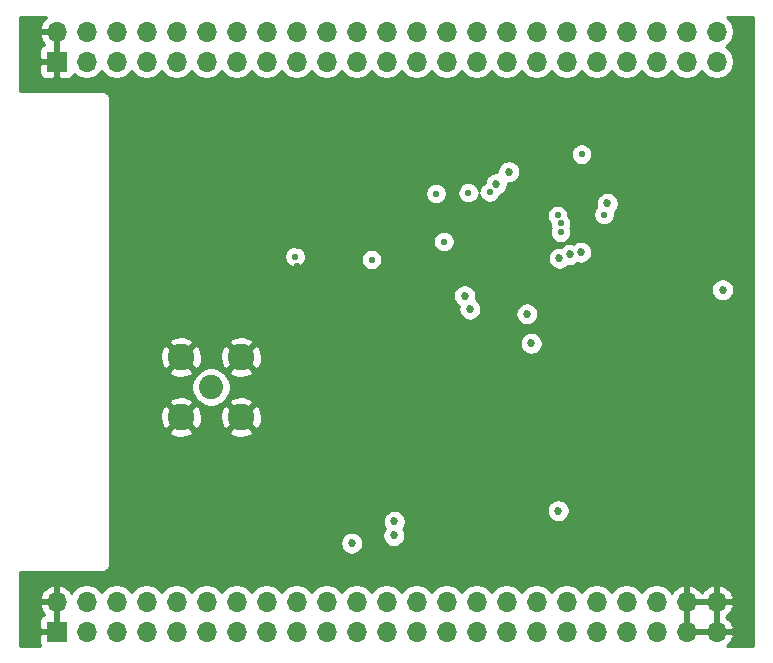
<source format=gbr>
%TF.GenerationSoftware,KiCad,Pcbnew,(5.1.9)-1*%
%TF.CreationDate,2021-11-09T16:48:14-06:00*%
%TF.ProjectId,zigbeeCape,7a696762-6565-4436-9170-652e6b696361,rev?*%
%TF.SameCoordinates,Original*%
%TF.FileFunction,Copper,L2,Inr*%
%TF.FilePolarity,Positive*%
%FSLAX46Y46*%
G04 Gerber Fmt 4.6, Leading zero omitted, Abs format (unit mm)*
G04 Created by KiCad (PCBNEW (5.1.9)-1) date 2021-11-09 16:48:14*
%MOMM*%
%LPD*%
G01*
G04 APERTURE LIST*
%TA.AperFunction,ComponentPad*%
%ADD10R,1.700000X1.700000*%
%TD*%
%TA.AperFunction,ComponentPad*%
%ADD11O,1.700000X1.700000*%
%TD*%
%TA.AperFunction,ComponentPad*%
%ADD12C,0.600000*%
%TD*%
%TA.AperFunction,ComponentPad*%
%ADD13C,0.515000*%
%TD*%
%TA.AperFunction,ComponentPad*%
%ADD14C,2.050000*%
%TD*%
%TA.AperFunction,ComponentPad*%
%ADD15C,2.250000*%
%TD*%
%TA.AperFunction,ViaPad*%
%ADD16C,0.558800*%
%TD*%
%TA.AperFunction,ViaPad*%
%ADD17C,0.685800*%
%TD*%
%TA.AperFunction,Conductor*%
%ADD18C,0.254000*%
%TD*%
%TA.AperFunction,Conductor*%
%ADD19C,0.100000*%
%TD*%
G04 APERTURE END LIST*
D10*
%TO.N,GND*%
%TO.C,U5*%
X3810000Y1905000D03*
D11*
X3810000Y4445000D03*
%TO.N,+3V3*%
X6350000Y1905000D03*
X6350000Y4445000D03*
%TO.N,Net-(U5-Pad5)*%
X8890000Y1905000D03*
%TO.N,Net-(U5-Pad6)*%
X8890000Y4445000D03*
%TO.N,Net-(U5-Pad7)*%
X11430000Y1905000D03*
%TO.N,Net-(U5-Pad8)*%
X11430000Y4445000D03*
%TO.N,Net-(U5-Pad9)*%
X13970000Y1905000D03*
%TO.N,Net-(U5-Pad10)*%
X13970000Y4445000D03*
%TO.N,UART_RX*%
X16510000Y1905000D03*
%TO.N,Net-(U5-Pad12)*%
X16510000Y4445000D03*
%TO.N,UART_TX*%
X19050000Y1905000D03*
%TO.N,Net-(U5-Pad14)*%
X19050000Y4445000D03*
%TO.N,SPI_CS2*%
X21590000Y1905000D03*
%TO.N,Net-(U5-Pad16)*%
X21590000Y4445000D03*
%TO.N,SPI_CS1*%
X24130000Y1905000D03*
%TO.N,SPI_MISO*%
X24130000Y4445000D03*
%TO.N,I2C_SCL*%
X26670000Y1905000D03*
%TO.N,I2C_SDA*%
X26670000Y4445000D03*
%TO.N,SPI_MOSI*%
X29210000Y1905000D03*
%TO.N,SPI_CLK*%
X29210000Y4445000D03*
%TO.N,Net-(U5-Pad23)*%
X31750000Y1905000D03*
%TO.N,Net-(U5-Pad24)*%
X31750000Y4445000D03*
%TO.N,Net-(U5-Pad25)*%
X34290000Y1905000D03*
%TO.N,Net-(U5-Pad26)*%
X34290000Y4445000D03*
%TO.N,Net-(U5-Pad27)*%
X36830000Y1905000D03*
%TO.N,Net-(U5-Pad28)*%
X36830000Y4445000D03*
%TO.N,Net-(U5-Pad29)*%
X39370000Y1905000D03*
%TO.N,Net-(U5-Pad30)*%
X39370000Y4445000D03*
%TO.N,Net-(U5-Pad31)*%
X41910000Y1905000D03*
%TO.N,Net-(U5-Pad32)*%
X41910000Y4445000D03*
%TO.N,Net-(U5-Pad33)*%
X44450000Y1905000D03*
%TO.N,Net-(U5-Pad34)*%
X44450000Y4445000D03*
%TO.N,Net-(U5-Pad35)*%
X46990000Y1905000D03*
%TO.N,Net-(U5-Pad36)*%
X46990000Y4445000D03*
%TO.N,Net-(U5-Pad37)*%
X49530000Y1905000D03*
%TO.N,Net-(U5-Pad38)*%
X49530000Y4445000D03*
%TO.N,Net-(U5-Pad39)*%
X52070000Y1905000D03*
%TO.N,Net-(U5-Pad40)*%
X52070000Y4445000D03*
%TO.N,Net-(U5-Pad41)*%
X54610000Y1905000D03*
%TO.N,Net-(U5-Pad42)*%
X54610000Y4445000D03*
%TO.N,GND*%
X57150000Y1905000D03*
X57150000Y4445000D03*
X59690000Y1905000D03*
X59690000Y4445000D03*
%TD*%
D12*
%TO.N,GND*%
%TO.C,REF\u002A\u002A*%
X59740800Y7366000D03*
%TD*%
%TO.N,GND*%
%TO.C,REF\u002A\u002A*%
X57200800Y7366000D03*
%TD*%
%TO.N,GND*%
%TO.C,REF\u002A\u002A*%
X54660800Y7366000D03*
%TD*%
%TO.N,GND*%
%TO.C,REF\u002A\u002A*%
X52120800Y7366000D03*
%TD*%
%TO.N,GND*%
%TO.C,REF\u002A\u002A*%
X49580800Y7366000D03*
%TD*%
%TO.N,GND*%
%TO.C,REF\u002A\u002A*%
X59740800Y9906000D03*
%TD*%
%TO.N,GND*%
%TO.C,REF\u002A\u002A*%
X57200800Y9906000D03*
%TD*%
%TO.N,GND*%
%TO.C,REF\u002A\u002A*%
X54660800Y9906000D03*
%TD*%
%TO.N,GND*%
%TO.C,REF\u002A\u002A*%
X39725600Y10363200D03*
%TD*%
%TO.N,GND*%
%TO.C,REF\u002A\u002A*%
X36271200Y7467600D03*
%TD*%
%TO.N,GND*%
%TO.C,REF\u002A\u002A*%
X59740800Y12446000D03*
%TD*%
%TO.N,GND*%
%TO.C,REF\u002A\u002A*%
X57200800Y12446000D03*
%TD*%
%TO.N,GND*%
%TO.C,REF\u002A\u002A*%
X54660800Y12446000D03*
%TD*%
%TO.N,GND*%
%TO.C,REF\u002A\u002A*%
X52120800Y12446000D03*
%TD*%
%TO.N,GND*%
%TO.C,REF\u002A\u002A*%
X44856400Y14833600D03*
%TD*%
%TO.N,GND*%
%TO.C,REF\u002A\u002A*%
X52527200Y44297600D03*
%TD*%
%TO.N,GND*%
%TO.C,REF\u002A\u002A*%
X59740800Y17526000D03*
%TD*%
%TO.N,GND*%
%TO.C,REF\u002A\u002A*%
X57200800Y17526000D03*
%TD*%
%TO.N,GND*%
%TO.C,REF\u002A\u002A*%
X54660800Y17526000D03*
%TD*%
%TO.N,GND*%
%TO.C,REF\u002A\u002A*%
X59740800Y20066000D03*
%TD*%
%TO.N,GND*%
%TO.C,REF\u002A\u002A*%
X57200800Y20066000D03*
%TD*%
%TO.N,GND*%
%TO.C,REF\u002A\u002A*%
X54660800Y20066000D03*
%TD*%
%TO.N,GND*%
%TO.C,REF\u002A\u002A*%
X52120800Y20066000D03*
%TD*%
%TO.N,GND*%
%TO.C,REF\u002A\u002A*%
X51409600Y35102800D03*
%TD*%
%TO.N,GND*%
%TO.C,REF\u002A\u002A*%
X59740800Y25146000D03*
%TD*%
%TO.N,GND*%
%TO.C,REF\u002A\u002A*%
X57200800Y25146000D03*
%TD*%
%TO.N,GND*%
%TO.C,REF\u002A\u002A*%
X54660800Y25146000D03*
%TD*%
%TO.N,GND*%
%TO.C,REF\u002A\u002A*%
X52120800Y25146000D03*
%TD*%
%TO.N,GND*%
%TO.C,REF\u002A\u002A*%
X49580800Y25146000D03*
%TD*%
%TO.N,GND*%
%TO.C,REF\u002A\u002A*%
X59740800Y27686000D03*
%TD*%
%TO.N,GND*%
%TO.C,REF\u002A\u002A*%
X57200800Y27686000D03*
%TD*%
%TO.N,GND*%
%TO.C,REF\u002A\u002A*%
X54660800Y27686000D03*
%TD*%
%TO.N,GND*%
%TO.C,REF\u002A\u002A*%
X52120800Y27686000D03*
%TD*%
%TO.N,GND*%
%TO.C,REF\u002A\u002A*%
X49580800Y27686000D03*
%TD*%
%TO.N,GND*%
%TO.C,REF\u002A\u002A*%
X56286400Y43332400D03*
%TD*%
%TO.N,GND*%
%TO.C,REF\u002A\u002A*%
X59791600Y44145200D03*
%TD*%
%TO.N,GND*%
%TO.C,REF\u002A\u002A*%
X56184800Y45618400D03*
%TD*%
%TO.N,GND*%
%TO.C,REF\u002A\u002A*%
X48717200Y35610800D03*
%TD*%
%TO.N,GND*%
%TO.C,REF\u002A\u002A*%
X59740800Y37846000D03*
%TD*%
%TO.N,GND*%
%TO.C,REF\u002A\u002A*%
X57200800Y37846000D03*
%TD*%
%TO.N,GND*%
%TO.C,REF\u002A\u002A*%
X54660800Y37846000D03*
%TD*%
%TO.N,GND*%
%TO.C,REF\u002A\u002A*%
X52120800Y37846000D03*
%TD*%
%TO.N,GND*%
%TO.C,REF\u002A\u002A*%
X59740800Y40386000D03*
%TD*%
%TO.N,GND*%
%TO.C,REF\u002A\u002A*%
X57200800Y40386000D03*
%TD*%
%TO.N,GND*%
%TO.C,REF\u002A\u002A*%
X54660800Y40386000D03*
%TD*%
%TO.N,GND*%
%TO.C,REF\u002A\u002A*%
X52120800Y40386000D03*
%TD*%
%TO.N,GND*%
%TO.C,REF\u002A\u002A*%
X62280800Y914400D03*
%TD*%
%TO.N,GND*%
%TO.C,REF\u002A\u002A*%
X35204400Y19151600D03*
%TD*%
%TO.N,GND*%
%TO.C,REF\u002A\u002A*%
X33020000Y18338800D03*
%TD*%
%TO.N,GND*%
%TO.C,REF\u002A\u002A*%
X32715200Y16002000D03*
%TD*%
%TO.N,GND*%
%TO.C,REF\u002A\u002A*%
X30276800Y13563600D03*
%TD*%
%TO.N,GND*%
%TO.C,REF\u002A\u002A*%
X30378400Y15748000D03*
%TD*%
%TO.N,GND*%
%TO.C,REF\u002A\u002A*%
X29108400Y17780000D03*
%TD*%
%TO.N,GND*%
%TO.C,REF\u002A\u002A*%
X29337000Y20116800D03*
%TD*%
%TO.N,GND*%
%TO.C,REF\u002A\u002A*%
X29337000Y22656800D03*
%TD*%
%TO.N,GND*%
%TO.C,REF\u002A\u002A*%
X29337000Y25196800D03*
%TD*%
%TO.N,GND*%
%TO.C,REF\u002A\u002A*%
X18999200Y7620000D03*
%TD*%
%TO.N,GND*%
%TO.C,REF\u002A\u002A*%
X16891000Y7366000D03*
%TD*%
%TO.N,GND*%
%TO.C,REF\u002A\u002A*%
X14351000Y7366000D03*
%TD*%
%TO.N,GND*%
%TO.C,REF\u002A\u002A*%
X11811000Y7366000D03*
%TD*%
%TO.N,GND*%
%TO.C,REF\u002A\u002A*%
X9271000Y7366000D03*
%TD*%
%TO.N,GND*%
%TO.C,REF\u002A\u002A*%
X21691600Y10210800D03*
%TD*%
%TO.N,GND*%
%TO.C,REF\u002A\u002A*%
X19431000Y9906000D03*
%TD*%
%TO.N,GND*%
%TO.C,REF\u002A\u002A*%
X16891000Y9906000D03*
%TD*%
%TO.N,GND*%
%TO.C,REF\u002A\u002A*%
X14351000Y9906000D03*
%TD*%
%TO.N,GND*%
%TO.C,REF\u002A\u002A*%
X11811000Y9906000D03*
%TD*%
%TO.N,GND*%
%TO.C,REF\u002A\u002A*%
X9271000Y9906000D03*
%TD*%
%TO.N,GND*%
%TO.C,REF\u002A\u002A*%
X21971000Y12446000D03*
%TD*%
%TO.N,GND*%
%TO.C,REF\u002A\u002A*%
X19431000Y12446000D03*
%TD*%
%TO.N,GND*%
%TO.C,REF\u002A\u002A*%
X16891000Y12446000D03*
%TD*%
%TO.N,GND*%
%TO.C,REF\u002A\u002A*%
X14351000Y12446000D03*
%TD*%
%TO.N,GND*%
%TO.C,REF\u002A\u002A*%
X11811000Y12446000D03*
%TD*%
%TO.N,GND*%
%TO.C,REF\u002A\u002A*%
X42291000Y45466000D03*
%TD*%
%TO.N,GND*%
%TO.C,REF\u002A\u002A*%
X39751000Y45466000D03*
%TD*%
%TO.N,GND*%
%TO.C,REF\u002A\u002A*%
X37211000Y45466000D03*
%TD*%
%TO.N,GND*%
%TO.C,REF\u002A\u002A*%
X34671000Y45466000D03*
%TD*%
%TO.N,GND*%
%TO.C,REF\u002A\u002A*%
X42291000Y48006000D03*
%TD*%
%TO.N,GND*%
%TO.C,REF\u002A\u002A*%
X39751000Y48006000D03*
%TD*%
%TO.N,GND*%
%TO.C,REF\u002A\u002A*%
X37211000Y48006000D03*
%TD*%
%TO.N,GND*%
%TO.C,REF\u002A\u002A*%
X25349200Y31140400D03*
%TD*%
%TO.N,GND*%
%TO.C,REF\u002A\u002A*%
X27203400Y33223200D03*
%TD*%
%TO.N,GND*%
%TO.C,REF\u002A\u002A*%
X26543000Y34899600D03*
%TD*%
%TO.N,GND*%
%TO.C,REF\u002A\u002A*%
X27914600Y36271200D03*
%TD*%
%TO.N,GND*%
%TO.C,REF\u002A\u002A*%
X29083000Y34442400D03*
%TD*%
%TO.N,GND*%
%TO.C,REF\u002A\u002A*%
X30708600Y35407600D03*
%TD*%
%TO.N,GND*%
%TO.C,REF\u002A\u002A*%
X29489400Y37846000D03*
%TD*%
%TO.N,GND*%
%TO.C,REF\u002A\u002A*%
X27101800Y38404800D03*
%TD*%
%TO.N,GND*%
%TO.C,REF\u002A\u002A*%
X30581600Y39573200D03*
%TD*%
%TO.N,GND*%
%TO.C,REF\u002A\u002A*%
X28397200Y39573200D03*
%TD*%
D13*
%TO.N,GND*%
%TO.C,U1*%
X39703600Y36560000D03*
X39703600Y35530000D03*
X39703600Y34500000D03*
X39703600Y33470000D03*
X39703600Y32440000D03*
X40733600Y36560000D03*
X40733600Y35530000D03*
X40733600Y34500000D03*
X40733600Y33470000D03*
X40733600Y32440000D03*
X41763600Y36560000D03*
X41763600Y35530000D03*
X41763600Y34500000D03*
X41763600Y33470000D03*
X41763600Y32440000D03*
X42793600Y36560000D03*
X42793600Y35530000D03*
X42793600Y34500000D03*
X42793600Y33470000D03*
X42793600Y32440000D03*
X43823600Y36560000D03*
X43823600Y35530000D03*
X43823600Y34500000D03*
X43823600Y33470000D03*
X43823600Y32440000D03*
%TD*%
D12*
%TO.N,GND*%
%TO.C,REF\u002A\u002A*%
X44602400Y43840400D03*
%TD*%
%TO.N,GND*%
%TO.C,REF\u002A\u002A*%
X42291000Y43815000D03*
%TD*%
%TO.N,GND*%
%TO.C,REF\u002A\u002A*%
X44602400Y45466000D03*
%TD*%
%TO.N,GND*%
%TO.C,REF\u002A\u002A*%
X42291000Y45466000D03*
%TD*%
%TO.N,GND*%
%TO.C,REF\u002A\u002A*%
X34290000Y43561000D03*
%TD*%
%TO.N,GND*%
%TO.C,REF\u002A\u002A*%
X31750000Y43561000D03*
%TD*%
%TO.N,GND*%
%TO.C,REF\u002A\u002A*%
X29591000Y42926000D03*
%TD*%
%TO.N,GND*%
%TO.C,REF\u002A\u002A*%
X34671000Y45466000D03*
%TD*%
%TO.N,GND*%
%TO.C,REF\u002A\u002A*%
X32131000Y45466000D03*
%TD*%
%TO.N,GND*%
%TO.C,REF\u002A\u002A*%
X29591000Y45466000D03*
%TD*%
%TO.N,GND*%
%TO.C,REF\u002A\u002A*%
X34671000Y48006000D03*
%TD*%
%TO.N,GND*%
%TO.C,REF\u002A\u002A*%
X32131000Y48006000D03*
%TD*%
D14*
%TO.N,Net-(C31-Pad2)*%
%TO.C,U3*%
X16891000Y22606000D03*
D15*
%TO.N,GND*%
X19431000Y20066000D03*
X19431000Y25146000D03*
X14351000Y25146000D03*
X14351000Y20066000D03*
%TD*%
D12*
%TO.N,GND*%
%TO.C,REF\u002A\u002A*%
X27838400Y13157200D03*
%TD*%
%TO.N,GND*%
%TO.C,REF\u002A\u002A*%
X24511000Y12446000D03*
%TD*%
%TO.N,GND*%
%TO.C,REF\u002A\u002A*%
X9271000Y12446000D03*
%TD*%
%TO.N,GND*%
%TO.C,REF\u002A\u002A*%
X24511000Y14986000D03*
%TD*%
%TO.N,GND*%
%TO.C,REF\u002A\u002A*%
X21971000Y14986000D03*
%TD*%
%TO.N,GND*%
%TO.C,REF\u002A\u002A*%
X19431000Y14986000D03*
%TD*%
%TO.N,GND*%
%TO.C,REF\u002A\u002A*%
X16891000Y14986000D03*
%TD*%
%TO.N,GND*%
%TO.C,REF\u002A\u002A*%
X14351000Y14986000D03*
%TD*%
%TO.N,GND*%
%TO.C,REF\u002A\u002A*%
X11811000Y14986000D03*
%TD*%
%TO.N,GND*%
%TO.C,REF\u002A\u002A*%
X9271000Y14986000D03*
%TD*%
%TO.N,GND*%
%TO.C,REF\u002A\u002A*%
X27051000Y17526000D03*
%TD*%
%TO.N,GND*%
%TO.C,REF\u002A\u002A*%
X24511000Y17526000D03*
%TD*%
%TO.N,GND*%
%TO.C,REF\u002A\u002A*%
X21971000Y17526000D03*
%TD*%
%TO.N,GND*%
%TO.C,REF\u002A\u002A*%
X19431000Y17526000D03*
%TD*%
%TO.N,GND*%
%TO.C,REF\u002A\u002A*%
X16891000Y17526000D03*
%TD*%
%TO.N,GND*%
%TO.C,REF\u002A\u002A*%
X14351000Y17526000D03*
%TD*%
%TO.N,GND*%
%TO.C,REF\u002A\u002A*%
X11811000Y17526000D03*
%TD*%
%TO.N,GND*%
%TO.C,REF\u002A\u002A*%
X9271000Y17526000D03*
%TD*%
%TO.N,GND*%
%TO.C,REF\u002A\u002A*%
X27051000Y20066000D03*
%TD*%
%TO.N,GND*%
%TO.C,REF\u002A\u002A*%
X24511000Y20066000D03*
%TD*%
%TO.N,GND*%
%TO.C,REF\u002A\u002A*%
X21971000Y20066000D03*
%TD*%
%TO.N,GND*%
%TO.C,REF\u002A\u002A*%
X16891000Y20066000D03*
%TD*%
%TO.N,GND*%
%TO.C,REF\u002A\u002A*%
X11811000Y20066000D03*
%TD*%
%TO.N,GND*%
%TO.C,REF\u002A\u002A*%
X9271000Y20066000D03*
%TD*%
%TO.N,GND*%
%TO.C,REF\u002A\u002A*%
X27051000Y22606000D03*
%TD*%
%TO.N,GND*%
%TO.C,REF\u002A\u002A*%
X24511000Y22606000D03*
%TD*%
%TO.N,GND*%
%TO.C,REF\u002A\u002A*%
X21971000Y22606000D03*
%TD*%
%TO.N,GND*%
%TO.C,REF\u002A\u002A*%
X19431000Y22606000D03*
%TD*%
%TO.N,GND*%
%TO.C,REF\u002A\u002A*%
X14351000Y22606000D03*
%TD*%
%TO.N,GND*%
%TO.C,REF\u002A\u002A*%
X11811000Y22606000D03*
%TD*%
%TO.N,GND*%
%TO.C,REF\u002A\u002A*%
X9271000Y22606000D03*
%TD*%
%TO.N,GND*%
%TO.C,REF\u002A\u002A*%
X27051000Y25146000D03*
%TD*%
%TO.N,GND*%
%TO.C,REF\u002A\u002A*%
X24511000Y25146000D03*
%TD*%
%TO.N,GND*%
%TO.C,REF\u002A\u002A*%
X21971000Y25146000D03*
%TD*%
%TO.N,GND*%
%TO.C,REF\u002A\u002A*%
X11811000Y25146000D03*
%TD*%
%TO.N,GND*%
%TO.C,REF\u002A\u002A*%
X9271000Y25146000D03*
%TD*%
%TO.N,GND*%
%TO.C,REF\u002A\u002A*%
X27051000Y27686000D03*
%TD*%
%TO.N,GND*%
%TO.C,REF\u002A\u002A*%
X21971000Y27686000D03*
%TD*%
%TO.N,GND*%
%TO.C,REF\u002A\u002A*%
X19431000Y27686000D03*
%TD*%
%TO.N,GND*%
%TO.C,REF\u002A\u002A*%
X16891000Y27686000D03*
%TD*%
%TO.N,GND*%
%TO.C,REF\u002A\u002A*%
X14351000Y27686000D03*
%TD*%
%TO.N,GND*%
%TO.C,REF\u002A\u002A*%
X11811000Y27686000D03*
%TD*%
%TO.N,GND*%
%TO.C,REF\u002A\u002A*%
X9271000Y27686000D03*
%TD*%
%TO.N,GND*%
%TO.C,REF\u002A\u002A*%
X21971000Y30226000D03*
%TD*%
%TO.N,GND*%
%TO.C,REF\u002A\u002A*%
X16891000Y30226000D03*
%TD*%
%TO.N,GND*%
%TO.C,REF\u002A\u002A*%
X14351000Y30226000D03*
%TD*%
%TO.N,GND*%
%TO.C,REF\u002A\u002A*%
X11811000Y30226000D03*
%TD*%
%TO.N,GND*%
%TO.C,REF\u002A\u002A*%
X9271000Y30226000D03*
%TD*%
%TO.N,GND*%
%TO.C,REF\u002A\u002A*%
X19431000Y32766000D03*
%TD*%
%TO.N,GND*%
%TO.C,REF\u002A\u002A*%
X16891000Y32766000D03*
%TD*%
%TO.N,GND*%
%TO.C,REF\u002A\u002A*%
X14351000Y32766000D03*
%TD*%
%TO.N,GND*%
%TO.C,REF\u002A\u002A*%
X11811000Y32766000D03*
%TD*%
%TO.N,GND*%
%TO.C,REF\u002A\u002A*%
X9271000Y32766000D03*
%TD*%
%TO.N,GND*%
%TO.C,REF\u002A\u002A*%
X21590000Y35306000D03*
%TD*%
%TO.N,GND*%
%TO.C,REF\u002A\u002A*%
X19431000Y35306000D03*
%TD*%
%TO.N,GND*%
%TO.C,REF\u002A\u002A*%
X16891000Y35306000D03*
%TD*%
%TO.N,GND*%
%TO.C,REF\u002A\u002A*%
X14351000Y35306000D03*
%TD*%
%TO.N,GND*%
%TO.C,REF\u002A\u002A*%
X11811000Y35306000D03*
%TD*%
%TO.N,GND*%
%TO.C,REF\u002A\u002A*%
X9271000Y35306000D03*
%TD*%
%TO.N,GND*%
%TO.C,REF\u002A\u002A*%
X21971000Y37846000D03*
%TD*%
%TO.N,GND*%
%TO.C,REF\u002A\u002A*%
X19431000Y37846000D03*
%TD*%
%TO.N,GND*%
%TO.C,REF\u002A\u002A*%
X16891000Y37846000D03*
%TD*%
%TO.N,GND*%
%TO.C,REF\u002A\u002A*%
X14351000Y37846000D03*
%TD*%
%TO.N,GND*%
%TO.C,REF\u002A\u002A*%
X11811000Y37846000D03*
%TD*%
%TO.N,GND*%
%TO.C,REF\u002A\u002A*%
X9271000Y37846000D03*
%TD*%
%TO.N,GND*%
%TO.C,REF\u002A\u002A*%
X24511000Y40386000D03*
%TD*%
%TO.N,GND*%
%TO.C,REF\u002A\u002A*%
X21971000Y40386000D03*
%TD*%
%TO.N,GND*%
%TO.C,REF\u002A\u002A*%
X19431000Y40386000D03*
%TD*%
%TO.N,GND*%
%TO.C,REF\u002A\u002A*%
X16891000Y40386000D03*
%TD*%
%TO.N,GND*%
%TO.C,REF\u002A\u002A*%
X14351000Y40386000D03*
%TD*%
%TO.N,GND*%
%TO.C,REF\u002A\u002A*%
X11811000Y40386000D03*
%TD*%
%TO.N,GND*%
%TO.C,REF\u002A\u002A*%
X9271000Y40386000D03*
%TD*%
%TO.N,GND*%
%TO.C,REF\u002A\u002A*%
X27051000Y42926000D03*
%TD*%
%TO.N,GND*%
%TO.C,REF\u002A\u002A*%
X24511000Y42926000D03*
%TD*%
%TO.N,GND*%
%TO.C,REF\u002A\u002A*%
X21971000Y42926000D03*
%TD*%
%TO.N,GND*%
%TO.C,REF\u002A\u002A*%
X19431000Y42926000D03*
%TD*%
%TO.N,GND*%
%TO.C,REF\u002A\u002A*%
X16891000Y42926000D03*
%TD*%
%TO.N,GND*%
%TO.C,REF\u002A\u002A*%
X14351000Y42926000D03*
%TD*%
%TO.N,GND*%
%TO.C,REF\u002A\u002A*%
X11811000Y42926000D03*
%TD*%
%TO.N,GND*%
%TO.C,REF\u002A\u002A*%
X9271000Y42926000D03*
%TD*%
%TO.N,GND*%
%TO.C,REF\u002A\u002A*%
X27051000Y45466000D03*
%TD*%
%TO.N,GND*%
%TO.C,REF\u002A\u002A*%
X24511000Y45466000D03*
%TD*%
%TO.N,GND*%
%TO.C,REF\u002A\u002A*%
X21971000Y45466000D03*
%TD*%
%TO.N,GND*%
%TO.C,REF\u002A\u002A*%
X19431000Y45466000D03*
%TD*%
%TO.N,GND*%
%TO.C,REF\u002A\u002A*%
X16891000Y45466000D03*
%TD*%
%TO.N,GND*%
%TO.C,REF\u002A\u002A*%
X14351000Y45466000D03*
%TD*%
%TO.N,GND*%
%TO.C,REF\u002A\u002A*%
X11811000Y45466000D03*
%TD*%
%TO.N,GND*%
%TO.C,REF\u002A\u002A*%
X9271000Y45466000D03*
%TD*%
%TO.N,GND*%
%TO.C,REF\u002A\u002A*%
X27051000Y48006000D03*
%TD*%
%TO.N,GND*%
%TO.C,REF\u002A\u002A*%
X24511000Y48006000D03*
%TD*%
%TO.N,GND*%
%TO.C,REF\u002A\u002A*%
X21971000Y48006000D03*
%TD*%
%TO.N,GND*%
%TO.C,REF\u002A\u002A*%
X19431000Y48006000D03*
%TD*%
%TO.N,GND*%
%TO.C,REF\u002A\u002A*%
X16891000Y48006000D03*
%TD*%
%TO.N,GND*%
%TO.C,REF\u002A\u002A*%
X14351000Y48006000D03*
%TD*%
%TO.N,GND*%
%TO.C,REF\u002A\u002A*%
X11811000Y48006000D03*
%TD*%
%TO.N,GND*%
%TO.C,REF\u002A\u002A*%
X62103000Y51054000D03*
%TD*%
%TO.N,GND*%
%TO.C,REF\u002A\u002A*%
X62103000Y53340000D03*
%TD*%
%TO.N,GND*%
%TO.C,REF\u002A\u002A*%
X9271000Y32766000D03*
%TD*%
%TO.N,GND*%
%TO.C,REF\u002A\u002A*%
X60071000Y48006000D03*
%TD*%
%TO.N,GND*%
%TO.C,REF\u002A\u002A*%
X49377600Y41097200D03*
%TD*%
%TO.N,GND*%
%TO.C,REF\u002A\u002A*%
X38709600Y7467600D03*
%TD*%
%TO.N,GND*%
%TO.C,REF\u002A\u002A*%
X47193200Y17983200D03*
%TD*%
%TO.N,GND*%
%TO.C,REF\u002A\u002A*%
X44043600Y21539200D03*
%TD*%
%TO.N,GND*%
%TO.C,REF\u002A\u002A*%
X45161200Y24587200D03*
%TD*%
%TO.N,GND*%
%TO.C,REF\u002A\u002A*%
X46939200Y7366000D03*
%TD*%
%TO.N,GND*%
%TO.C,REF\u002A\u002A*%
X44348400Y7416800D03*
%TD*%
%TO.N,GND*%
%TO.C,REF\u002A\u002A*%
X41402000Y7416800D03*
%TD*%
%TO.N,GND*%
%TO.C,REF\u002A\u002A*%
X9271000Y48006000D03*
%TD*%
%TO.N,GND*%
%TO.C,REF\u002A\u002A*%
X9271000Y14986000D03*
%TD*%
%TO.N,GND*%
%TO.C,REF\u002A\u002A*%
X9271000Y17526000D03*
%TD*%
%TO.N,GND*%
%TO.C,REF\u002A\u002A*%
X9271000Y20066000D03*
%TD*%
%TO.N,GND*%
%TO.C,REF\u002A\u002A*%
X9271000Y22606000D03*
%TD*%
%TO.N,GND*%
%TO.C,REF\u002A\u002A*%
X9271000Y25146000D03*
%TD*%
%TO.N,GND*%
%TO.C,REF\u002A\u002A*%
X9271000Y27686000D03*
%TD*%
%TO.N,GND*%
%TO.C,REF\u002A\u002A*%
X9271000Y30226000D03*
%TD*%
%TO.N,GND*%
%TO.C,REF\u002A\u002A*%
X9271000Y35306000D03*
%TD*%
%TO.N,GND*%
%TO.C,REF\u002A\u002A*%
X9271000Y37846000D03*
%TD*%
%TO.N,GND*%
%TO.C,REF\u002A\u002A*%
X9271000Y40386000D03*
%TD*%
%TO.N,GND*%
%TO.C,REF\u002A\u002A*%
X9271000Y42926000D03*
%TD*%
%TO.N,GND*%
%TO.C,REF\u002A\u002A*%
X9271000Y45466000D03*
%TD*%
%TO.N,GND*%
%TO.C,REF\u002A\u002A*%
X62103000Y6096000D03*
%TD*%
%TO.N,GND*%
%TO.C,REF\u002A\u002A*%
X62103000Y12446000D03*
%TD*%
%TO.N,GND*%
%TO.C,REF\u002A\u002A*%
X62103000Y7874000D03*
%TD*%
%TO.N,GND*%
%TO.C,REF\u002A\u002A*%
X62103000Y9906000D03*
%TD*%
%TO.N,GND*%
%TO.C,REF\u002A\u002A*%
X62103000Y14986000D03*
%TD*%
%TO.N,GND*%
%TO.C,REF\u002A\u002A*%
X62103000Y17526000D03*
%TD*%
%TO.N,GND*%
%TO.C,REF\u002A\u002A*%
X62103000Y20066000D03*
%TD*%
%TO.N,GND*%
%TO.C,REF\u002A\u002A*%
X62103000Y22606000D03*
%TD*%
%TO.N,GND*%
%TO.C,REF\u002A\u002A*%
X62103000Y25146000D03*
%TD*%
%TO.N,GND*%
%TO.C,REF\u002A\u002A*%
X62103000Y27686000D03*
%TD*%
%TO.N,GND*%
%TO.C,REF\u002A\u002A*%
X62103000Y30226000D03*
%TD*%
%TO.N,GND*%
%TO.C,REF\u002A\u002A*%
X62103000Y32766000D03*
%TD*%
%TO.N,GND*%
%TO.C,REF\u002A\u002A*%
X62103000Y35306000D03*
%TD*%
%TO.N,GND*%
%TO.C,REF\u002A\u002A*%
X62103000Y37846000D03*
%TD*%
%TO.N,GND*%
%TO.C,REF\u002A\u002A*%
X62103000Y40386000D03*
%TD*%
%TO.N,GND*%
%TO.C,REF\u002A\u002A*%
X62103000Y42926000D03*
%TD*%
%TO.N,GND*%
%TO.C,REF\u002A\u002A*%
X62103000Y45466000D03*
%TD*%
%TO.N,GND*%
%TO.C,REF\u002A\u002A*%
X62103000Y48006000D03*
%TD*%
%TO.N,GND*%
%TO.C,REF\u002A\u002A*%
X54991000Y48006000D03*
%TD*%
%TO.N,GND*%
%TO.C,REF\u002A\u002A*%
X57531000Y48006000D03*
%TD*%
%TO.N,GND*%
%TO.C,REF\u002A\u002A*%
X52451000Y48006000D03*
%TD*%
%TO.N,GND*%
%TO.C,REF\u002A\u002A*%
X49911000Y48006000D03*
%TD*%
%TO.N,GND*%
%TO.C,REF\u002A\u002A*%
X47904400Y48006000D03*
%TD*%
%TO.N,GND*%
%TO.C,REF\u002A\u002A*%
X44602400Y47955200D03*
%TD*%
%TO.N,GND*%
%TO.C,REF\u002A\u002A*%
X42291000Y48006000D03*
%TD*%
%TO.N,GND*%
%TO.C,REF\u002A\u002A*%
X34671000Y48006000D03*
%TD*%
%TO.N,GND*%
%TO.C,REF\u002A\u002A*%
X32131000Y48006000D03*
%TD*%
%TO.N,GND*%
%TO.C,REF\u002A\u002A*%
X29591000Y48006000D03*
%TD*%
%TO.N,GND*%
%TO.C,REF\u002A\u002A*%
X27051000Y48006000D03*
%TD*%
%TO.N,GND*%
%TO.C,REF\u002A\u002A*%
X24511000Y48006000D03*
%TD*%
%TO.N,GND*%
%TO.C,REF\u002A\u002A*%
X21971000Y48006000D03*
%TD*%
%TO.N,GND*%
%TO.C,REF\u002A\u002A*%
X19431000Y48006000D03*
%TD*%
%TO.N,GND*%
%TO.C,REF\u002A\u002A*%
X16891000Y48006000D03*
%TD*%
%TO.N,GND*%
%TO.C,REF\u002A\u002A*%
X14351000Y48006000D03*
%TD*%
%TO.N,GND*%
%TO.C,REF\u002A\u002A*%
X11811000Y48006000D03*
%TD*%
D11*
%TO.N,Net-(U4-Pad46)*%
%TO.C,U4*%
X59690000Y52705000D03*
%TO.N,Net-(U4-Pad45)*%
X59690000Y50165000D03*
%TO.N,Net-(U4-Pad44)*%
X57150000Y52705000D03*
%TO.N,Net-(U4-Pad43)*%
X57150000Y50165000D03*
%TO.N,Net-(U4-Pad42)*%
X54610000Y52705000D03*
%TO.N,Net-(U4-Pad41)*%
X54610000Y50165000D03*
%TO.N,Net-(U4-Pad40)*%
X52070000Y52705000D03*
%TO.N,Net-(U4-Pad39)*%
X52070000Y50165000D03*
%TO.N,Net-(U4-Pad38)*%
X49530000Y52705000D03*
%TO.N,Net-(U4-Pad37)*%
X49530000Y50165000D03*
%TO.N,Net-(U4-Pad36)*%
X46990000Y52705000D03*
%TO.N,FCON_CTS*%
X46990000Y50165000D03*
%TO.N,Net-(U4-Pad34)*%
X44450000Y52705000D03*
%TO.N,FCON_RTS*%
X44450000Y50165000D03*
%TO.N,Net-(U4-Pad32)*%
X41910000Y52705000D03*
%TO.N,Net-(U4-Pad31)*%
X41910000Y50165000D03*
%TO.N,Net-(U4-Pad30)*%
X39370000Y52705000D03*
%TO.N,Net-(U4-Pad29)*%
X39370000Y50165000D03*
%TO.N,Net-(U4-Pad28)*%
X36830000Y52705000D03*
%TO.N,Net-(U4-Pad27)*%
X36830000Y50165000D03*
%TO.N,Net-(U4-Pad26)*%
X34290000Y52705000D03*
%TO.N,Net-(U4-Pad25)*%
X34290000Y50165000D03*
%TO.N,Net-(U4-Pad24)*%
X31750000Y52705000D03*
%TO.N,Net-(U4-Pad23)*%
X31750000Y50165000D03*
%TO.N,Net-(U4-Pad22)*%
X29210000Y52705000D03*
%TO.N,Net-(U4-Pad21)*%
X29210000Y50165000D03*
%TO.N,Net-(U4-Pad20)*%
X26670000Y52705000D03*
%TO.N,Net-(U4-Pad19)*%
X26670000Y50165000D03*
%TO.N,Net-(U4-Pad18)*%
X24130000Y52705000D03*
%TO.N,Net-(U4-Pad17)*%
X24130000Y50165000D03*
%TO.N,Net-(U4-Pad16)*%
X21590000Y52705000D03*
%TO.N,Net-(U4-Pad15)*%
X21590000Y50165000D03*
%TO.N,Net-(U4-Pad14)*%
X19050000Y52705000D03*
%TO.N,Net-(U4-Pad13)*%
X19050000Y50165000D03*
%TO.N,Net-(U4-Pad12)*%
X16510000Y52705000D03*
%TO.N,Net-(U4-Pad11)*%
X16510000Y50165000D03*
%TO.N,Net-(U4-Pad10)*%
X13970000Y52705000D03*
%TO.N,Net-(U4-Pad9)*%
X13970000Y50165000D03*
%TO.N,Net-(U4-Pad8)*%
X11430000Y52705000D03*
%TO.N,Net-(U4-Pad7)*%
X11430000Y50165000D03*
%TO.N,Net-(U4-Pad6)*%
X8890000Y52705000D03*
%TO.N,Net-(U4-Pad5)*%
X8890000Y50165000D03*
%TO.N,Net-(U4-Pad4)*%
X6350000Y52705000D03*
%TO.N,Net-(U4-Pad3)*%
X6350000Y50165000D03*
%TO.N,GND*%
X3810000Y52705000D03*
D10*
X3810000Y50165000D03*
%TD*%
D16*
%TO.N,GND*%
X34290000Y42291000D03*
X32639000Y42418000D03*
X32004000Y41656000D03*
X31877000Y37846000D03*
X31877000Y36576000D03*
X33274000Y36576000D03*
X24638000Y36195000D03*
X26162000Y36195000D03*
X26162000Y37592000D03*
X25654000Y40640000D03*
X25654000Y42037000D03*
X27178000Y41910000D03*
X27178000Y30099000D03*
X26670000Y30734000D03*
X27305000Y31877000D03*
X37592000Y38989000D03*
X36322000Y40513000D03*
X35560000Y41910000D03*
X35560000Y43434000D03*
X36830000Y44831000D03*
X24257000Y34544000D03*
X25400000Y34417000D03*
X24130000Y32893000D03*
X25527000Y32893000D03*
X32893000Y30734000D03*
X32893000Y29464000D03*
X31623000Y29464000D03*
X40360600Y40944800D03*
X39624000Y43535600D03*
X40817800Y43586400D03*
X43942000Y40792400D03*
X44978601Y39725600D03*
X46228000Y38963600D03*
X49936400Y39014400D03*
X47904400Y40030400D03*
X48260000Y46532800D03*
X50901600Y46634400D03*
X53797200Y46532800D03*
X58877200Y46532800D03*
X61620400Y46583600D03*
D17*
X35763200Y28295600D03*
X36068000Y30480000D03*
X37134800Y20167600D03*
X32715200Y22910800D03*
X33883600Y21996400D03*
X31343600Y21894800D03*
X60248800Y32715200D03*
X60248800Y35864800D03*
X47294800Y28092400D03*
X45923200Y26314400D03*
X50241200Y13309600D03*
X47599600Y13309600D03*
X49225200Y10566400D03*
X52273200Y10668000D03*
X57251600Y10566400D03*
X60147200Y10617200D03*
X57048400Y18592800D03*
X60045600Y18643600D03*
X52120800Y18592800D03*
X49174400Y18643600D03*
X49682400Y21132800D03*
X48463200Y19964400D03*
X46329600Y10312400D03*
D16*
%TO.N,+3V3*%
X50165000Y37211000D03*
X46482001Y36463794D03*
X48260000Y42316400D03*
D17*
X38354000Y30327600D03*
X38811200Y29210000D03*
X60198000Y30835600D03*
X43637200Y28803600D03*
X43992800Y26314400D03*
X46278800Y12141200D03*
X42113200Y40843200D03*
X41046400Y39827200D03*
D16*
%TO.N,Net-(C7-Pad1)*%
X46228000Y37134800D03*
D17*
X50444400Y38150800D03*
D16*
%TO.N,VDDR*%
X38658800Y39065200D03*
X40478810Y39116000D03*
%TO.N,/ZigBeeFiltering/RX_TX*%
X30480000Y33401000D03*
X35941000Y38989000D03*
X36601400Y34925000D03*
%TO.N,Net-(C31-Pad1)*%
X24003000Y33655000D03*
%TO.N,DCDC_SW*%
X46482000Y35712400D03*
D17*
%TO.N,UART_RX*%
X32410400Y11226800D03*
%TO.N,UART_TX*%
X32367833Y10050167D03*
%TO.N,SPI_MISO*%
X28803600Y9398000D03*
%TO.N,SPI_CS2*%
X46380400Y33528000D03*
%TO.N,SPI_CS1*%
X47244000Y33832800D03*
%TO.N,I2C_SCL*%
X48209200Y34036000D03*
%TD*%
D18*
%TO.N,GND*%
X2809731Y53802588D02*
X2614822Y53586355D01*
X2465843Y53336252D01*
X2368519Y53061891D01*
X2489186Y52832000D01*
X3683000Y52832000D01*
X3683000Y52852000D01*
X3937000Y52852000D01*
X3937000Y52832000D01*
X3957000Y52832000D01*
X3957000Y52578000D01*
X3937000Y52578000D01*
X3937000Y50292000D01*
X3957000Y50292000D01*
X3957000Y50038000D01*
X3937000Y50038000D01*
X3937000Y48838750D01*
X4095750Y48680000D01*
X4660000Y48676928D01*
X4784482Y48689188D01*
X4904180Y48725498D01*
X5014494Y48784463D01*
X5111185Y48863815D01*
X5190537Y48960506D01*
X5249502Y49070820D01*
X5271513Y49143380D01*
X5403368Y49011525D01*
X5646589Y48849010D01*
X5916842Y48737068D01*
X6203740Y48680000D01*
X6496260Y48680000D01*
X6783158Y48737068D01*
X7053411Y48849010D01*
X7296632Y49011525D01*
X7503475Y49218368D01*
X7620000Y49392760D01*
X7736525Y49218368D01*
X7943368Y49011525D01*
X8186589Y48849010D01*
X8456842Y48737068D01*
X8743740Y48680000D01*
X9036260Y48680000D01*
X9323158Y48737068D01*
X9593411Y48849010D01*
X9836632Y49011525D01*
X10043475Y49218368D01*
X10160000Y49392760D01*
X10276525Y49218368D01*
X10483368Y49011525D01*
X10726589Y48849010D01*
X10996842Y48737068D01*
X11283740Y48680000D01*
X11576260Y48680000D01*
X11863158Y48737068D01*
X12133411Y48849010D01*
X12376632Y49011525D01*
X12583475Y49218368D01*
X12700000Y49392760D01*
X12816525Y49218368D01*
X13023368Y49011525D01*
X13266589Y48849010D01*
X13536842Y48737068D01*
X13823740Y48680000D01*
X14116260Y48680000D01*
X14403158Y48737068D01*
X14673411Y48849010D01*
X14916632Y49011525D01*
X15123475Y49218368D01*
X15240000Y49392760D01*
X15356525Y49218368D01*
X15563368Y49011525D01*
X15806589Y48849010D01*
X16076842Y48737068D01*
X16363740Y48680000D01*
X16656260Y48680000D01*
X16943158Y48737068D01*
X17213411Y48849010D01*
X17456632Y49011525D01*
X17663475Y49218368D01*
X17780000Y49392760D01*
X17896525Y49218368D01*
X18103368Y49011525D01*
X18346589Y48849010D01*
X18616842Y48737068D01*
X18903740Y48680000D01*
X19196260Y48680000D01*
X19483158Y48737068D01*
X19753411Y48849010D01*
X19996632Y49011525D01*
X20203475Y49218368D01*
X20320000Y49392760D01*
X20436525Y49218368D01*
X20643368Y49011525D01*
X20886589Y48849010D01*
X21156842Y48737068D01*
X21443740Y48680000D01*
X21736260Y48680000D01*
X22023158Y48737068D01*
X22293411Y48849010D01*
X22536632Y49011525D01*
X22743475Y49218368D01*
X22860000Y49392760D01*
X22976525Y49218368D01*
X23183368Y49011525D01*
X23426589Y48849010D01*
X23696842Y48737068D01*
X23983740Y48680000D01*
X24276260Y48680000D01*
X24563158Y48737068D01*
X24833411Y48849010D01*
X25076632Y49011525D01*
X25283475Y49218368D01*
X25400000Y49392760D01*
X25516525Y49218368D01*
X25723368Y49011525D01*
X25966589Y48849010D01*
X26236842Y48737068D01*
X26523740Y48680000D01*
X26816260Y48680000D01*
X27103158Y48737068D01*
X27373411Y48849010D01*
X27616632Y49011525D01*
X27823475Y49218368D01*
X27940000Y49392760D01*
X28056525Y49218368D01*
X28263368Y49011525D01*
X28506589Y48849010D01*
X28776842Y48737068D01*
X29063740Y48680000D01*
X29356260Y48680000D01*
X29643158Y48737068D01*
X29913411Y48849010D01*
X30156632Y49011525D01*
X30363475Y49218368D01*
X30480000Y49392760D01*
X30596525Y49218368D01*
X30803368Y49011525D01*
X31046589Y48849010D01*
X31316842Y48737068D01*
X31603740Y48680000D01*
X31896260Y48680000D01*
X32183158Y48737068D01*
X32453411Y48849010D01*
X32696632Y49011525D01*
X32903475Y49218368D01*
X33020000Y49392760D01*
X33136525Y49218368D01*
X33343368Y49011525D01*
X33586589Y48849010D01*
X33856842Y48737068D01*
X34143740Y48680000D01*
X34436260Y48680000D01*
X34723158Y48737068D01*
X34993411Y48849010D01*
X35236632Y49011525D01*
X35443475Y49218368D01*
X35560000Y49392760D01*
X35676525Y49218368D01*
X35883368Y49011525D01*
X36126589Y48849010D01*
X36396842Y48737068D01*
X36683740Y48680000D01*
X36976260Y48680000D01*
X37263158Y48737068D01*
X37533411Y48849010D01*
X37776632Y49011525D01*
X37983475Y49218368D01*
X38100000Y49392760D01*
X38216525Y49218368D01*
X38423368Y49011525D01*
X38666589Y48849010D01*
X38936842Y48737068D01*
X39223740Y48680000D01*
X39516260Y48680000D01*
X39803158Y48737068D01*
X40073411Y48849010D01*
X40316632Y49011525D01*
X40523475Y49218368D01*
X40640000Y49392760D01*
X40756525Y49218368D01*
X40963368Y49011525D01*
X41206589Y48849010D01*
X41476842Y48737068D01*
X41763740Y48680000D01*
X42056260Y48680000D01*
X42343158Y48737068D01*
X42613411Y48849010D01*
X42856632Y49011525D01*
X43063475Y49218368D01*
X43180000Y49392760D01*
X43296525Y49218368D01*
X43503368Y49011525D01*
X43746589Y48849010D01*
X44016842Y48737068D01*
X44303740Y48680000D01*
X44596260Y48680000D01*
X44883158Y48737068D01*
X45153411Y48849010D01*
X45396632Y49011525D01*
X45603475Y49218368D01*
X45720000Y49392760D01*
X45836525Y49218368D01*
X46043368Y49011525D01*
X46286589Y48849010D01*
X46556842Y48737068D01*
X46843740Y48680000D01*
X47136260Y48680000D01*
X47423158Y48737068D01*
X47693411Y48849010D01*
X47936632Y49011525D01*
X48143475Y49218368D01*
X48260000Y49392760D01*
X48376525Y49218368D01*
X48583368Y49011525D01*
X48826589Y48849010D01*
X49096842Y48737068D01*
X49383740Y48680000D01*
X49676260Y48680000D01*
X49963158Y48737068D01*
X50233411Y48849010D01*
X50476632Y49011525D01*
X50683475Y49218368D01*
X50800000Y49392760D01*
X50916525Y49218368D01*
X51123368Y49011525D01*
X51366589Y48849010D01*
X51636842Y48737068D01*
X51923740Y48680000D01*
X52216260Y48680000D01*
X52503158Y48737068D01*
X52773411Y48849010D01*
X53016632Y49011525D01*
X53223475Y49218368D01*
X53340000Y49392760D01*
X53456525Y49218368D01*
X53663368Y49011525D01*
X53906589Y48849010D01*
X54176842Y48737068D01*
X54463740Y48680000D01*
X54756260Y48680000D01*
X55043158Y48737068D01*
X55313411Y48849010D01*
X55556632Y49011525D01*
X55763475Y49218368D01*
X55880000Y49392760D01*
X55996525Y49218368D01*
X56203368Y49011525D01*
X56446589Y48849010D01*
X56716842Y48737068D01*
X57003740Y48680000D01*
X57296260Y48680000D01*
X57583158Y48737068D01*
X57853411Y48849010D01*
X58096632Y49011525D01*
X58303475Y49218368D01*
X58420000Y49392760D01*
X58536525Y49218368D01*
X58743368Y49011525D01*
X58986589Y48849010D01*
X59256842Y48737068D01*
X59543740Y48680000D01*
X59836260Y48680000D01*
X60123158Y48737068D01*
X60393411Y48849010D01*
X60636632Y49011525D01*
X60843475Y49218368D01*
X61005990Y49461589D01*
X61117932Y49731842D01*
X61175000Y50018740D01*
X61175000Y50311260D01*
X61117932Y50598158D01*
X61005990Y50868411D01*
X60843475Y51111632D01*
X60636632Y51318475D01*
X60462240Y51435000D01*
X60636632Y51551525D01*
X60843475Y51758368D01*
X61005990Y52001589D01*
X61117932Y52271842D01*
X61175000Y52558740D01*
X61175000Y52851260D01*
X61117932Y53138158D01*
X61005990Y53408411D01*
X60843475Y53651632D01*
X60636632Y53858475D01*
X60574485Y53900000D01*
X62790001Y53900000D01*
X62790000Y710000D01*
X60559671Y710000D01*
X60690269Y807412D01*
X60885178Y1023645D01*
X61034157Y1273748D01*
X61131481Y1548109D01*
X61010814Y1778000D01*
X59817000Y1778000D01*
X59817000Y1758000D01*
X59563000Y1758000D01*
X59563000Y1778000D01*
X57277000Y1778000D01*
X57277000Y1758000D01*
X57023000Y1758000D01*
X57023000Y1778000D01*
X57003000Y1778000D01*
X57003000Y2032000D01*
X57023000Y2032000D01*
X57023000Y4318000D01*
X57277000Y4318000D01*
X57277000Y2032000D01*
X59563000Y2032000D01*
X59563000Y4318000D01*
X59817000Y4318000D01*
X59817000Y2032000D01*
X61010814Y2032000D01*
X61131481Y2261891D01*
X61034157Y2536252D01*
X60885178Y2786355D01*
X60690269Y3002588D01*
X60459120Y3175000D01*
X60690269Y3347412D01*
X60885178Y3563645D01*
X61034157Y3813748D01*
X61131481Y4088109D01*
X61010814Y4318000D01*
X59817000Y4318000D01*
X59563000Y4318000D01*
X57277000Y4318000D01*
X57023000Y4318000D01*
X57003000Y4318000D01*
X57003000Y4572000D01*
X57023000Y4572000D01*
X57023000Y5765155D01*
X57277000Y5765155D01*
X57277000Y4572000D01*
X59563000Y4572000D01*
X59563000Y5765155D01*
X59817000Y5765155D01*
X59817000Y4572000D01*
X61010814Y4572000D01*
X61131481Y4801891D01*
X61034157Y5076252D01*
X60885178Y5326355D01*
X60690269Y5542588D01*
X60456920Y5716641D01*
X60194099Y5841825D01*
X60046890Y5886476D01*
X59817000Y5765155D01*
X59563000Y5765155D01*
X59333110Y5886476D01*
X59185901Y5841825D01*
X58923080Y5716641D01*
X58689731Y5542588D01*
X58494822Y5326355D01*
X58420000Y5200745D01*
X58345178Y5326355D01*
X58150269Y5542588D01*
X57916920Y5716641D01*
X57654099Y5841825D01*
X57506890Y5886476D01*
X57277000Y5765155D01*
X57023000Y5765155D01*
X56793110Y5886476D01*
X56645901Y5841825D01*
X56383080Y5716641D01*
X56149731Y5542588D01*
X55954822Y5326355D01*
X55885195Y5209466D01*
X55763475Y5391632D01*
X55556632Y5598475D01*
X55313411Y5760990D01*
X55043158Y5872932D01*
X54756260Y5930000D01*
X54463740Y5930000D01*
X54176842Y5872932D01*
X53906589Y5760990D01*
X53663368Y5598475D01*
X53456525Y5391632D01*
X53340000Y5217240D01*
X53223475Y5391632D01*
X53016632Y5598475D01*
X52773411Y5760990D01*
X52503158Y5872932D01*
X52216260Y5930000D01*
X51923740Y5930000D01*
X51636842Y5872932D01*
X51366589Y5760990D01*
X51123368Y5598475D01*
X50916525Y5391632D01*
X50800000Y5217240D01*
X50683475Y5391632D01*
X50476632Y5598475D01*
X50233411Y5760990D01*
X49963158Y5872932D01*
X49676260Y5930000D01*
X49383740Y5930000D01*
X49096842Y5872932D01*
X48826589Y5760990D01*
X48583368Y5598475D01*
X48376525Y5391632D01*
X48260000Y5217240D01*
X48143475Y5391632D01*
X47936632Y5598475D01*
X47693411Y5760990D01*
X47423158Y5872932D01*
X47136260Y5930000D01*
X46843740Y5930000D01*
X46556842Y5872932D01*
X46286589Y5760990D01*
X46043368Y5598475D01*
X45836525Y5391632D01*
X45720000Y5217240D01*
X45603475Y5391632D01*
X45396632Y5598475D01*
X45153411Y5760990D01*
X44883158Y5872932D01*
X44596260Y5930000D01*
X44303740Y5930000D01*
X44016842Y5872932D01*
X43746589Y5760990D01*
X43503368Y5598475D01*
X43296525Y5391632D01*
X43180000Y5217240D01*
X43063475Y5391632D01*
X42856632Y5598475D01*
X42613411Y5760990D01*
X42343158Y5872932D01*
X42056260Y5930000D01*
X41763740Y5930000D01*
X41476842Y5872932D01*
X41206589Y5760990D01*
X40963368Y5598475D01*
X40756525Y5391632D01*
X40640000Y5217240D01*
X40523475Y5391632D01*
X40316632Y5598475D01*
X40073411Y5760990D01*
X39803158Y5872932D01*
X39516260Y5930000D01*
X39223740Y5930000D01*
X38936842Y5872932D01*
X38666589Y5760990D01*
X38423368Y5598475D01*
X38216525Y5391632D01*
X38100000Y5217240D01*
X37983475Y5391632D01*
X37776632Y5598475D01*
X37533411Y5760990D01*
X37263158Y5872932D01*
X36976260Y5930000D01*
X36683740Y5930000D01*
X36396842Y5872932D01*
X36126589Y5760990D01*
X35883368Y5598475D01*
X35676525Y5391632D01*
X35560000Y5217240D01*
X35443475Y5391632D01*
X35236632Y5598475D01*
X34993411Y5760990D01*
X34723158Y5872932D01*
X34436260Y5930000D01*
X34143740Y5930000D01*
X33856842Y5872932D01*
X33586589Y5760990D01*
X33343368Y5598475D01*
X33136525Y5391632D01*
X33020000Y5217240D01*
X32903475Y5391632D01*
X32696632Y5598475D01*
X32453411Y5760990D01*
X32183158Y5872932D01*
X31896260Y5930000D01*
X31603740Y5930000D01*
X31316842Y5872932D01*
X31046589Y5760990D01*
X30803368Y5598475D01*
X30596525Y5391632D01*
X30480000Y5217240D01*
X30363475Y5391632D01*
X30156632Y5598475D01*
X29913411Y5760990D01*
X29643158Y5872932D01*
X29356260Y5930000D01*
X29063740Y5930000D01*
X28776842Y5872932D01*
X28506589Y5760990D01*
X28263368Y5598475D01*
X28056525Y5391632D01*
X27940000Y5217240D01*
X27823475Y5391632D01*
X27616632Y5598475D01*
X27373411Y5760990D01*
X27103158Y5872932D01*
X26816260Y5930000D01*
X26523740Y5930000D01*
X26236842Y5872932D01*
X25966589Y5760990D01*
X25723368Y5598475D01*
X25516525Y5391632D01*
X25400000Y5217240D01*
X25283475Y5391632D01*
X25076632Y5598475D01*
X24833411Y5760990D01*
X24563158Y5872932D01*
X24276260Y5930000D01*
X23983740Y5930000D01*
X23696842Y5872932D01*
X23426589Y5760990D01*
X23183368Y5598475D01*
X22976525Y5391632D01*
X22860000Y5217240D01*
X22743475Y5391632D01*
X22536632Y5598475D01*
X22293411Y5760990D01*
X22023158Y5872932D01*
X21736260Y5930000D01*
X21443740Y5930000D01*
X21156842Y5872932D01*
X20886589Y5760990D01*
X20643368Y5598475D01*
X20436525Y5391632D01*
X20320000Y5217240D01*
X20203475Y5391632D01*
X19996632Y5598475D01*
X19753411Y5760990D01*
X19483158Y5872932D01*
X19196260Y5930000D01*
X18903740Y5930000D01*
X18616842Y5872932D01*
X18346589Y5760990D01*
X18103368Y5598475D01*
X17896525Y5391632D01*
X17780000Y5217240D01*
X17663475Y5391632D01*
X17456632Y5598475D01*
X17213411Y5760990D01*
X16943158Y5872932D01*
X16656260Y5930000D01*
X16363740Y5930000D01*
X16076842Y5872932D01*
X15806589Y5760990D01*
X15563368Y5598475D01*
X15356525Y5391632D01*
X15240000Y5217240D01*
X15123475Y5391632D01*
X14916632Y5598475D01*
X14673411Y5760990D01*
X14403158Y5872932D01*
X14116260Y5930000D01*
X13823740Y5930000D01*
X13536842Y5872932D01*
X13266589Y5760990D01*
X13023368Y5598475D01*
X12816525Y5391632D01*
X12700000Y5217240D01*
X12583475Y5391632D01*
X12376632Y5598475D01*
X12133411Y5760990D01*
X11863158Y5872932D01*
X11576260Y5930000D01*
X11283740Y5930000D01*
X10996842Y5872932D01*
X10726589Y5760990D01*
X10483368Y5598475D01*
X10276525Y5391632D01*
X10160000Y5217240D01*
X10043475Y5391632D01*
X9836632Y5598475D01*
X9593411Y5760990D01*
X9323158Y5872932D01*
X9036260Y5930000D01*
X8743740Y5930000D01*
X8456842Y5872932D01*
X8186589Y5760990D01*
X7943368Y5598475D01*
X7736525Y5391632D01*
X7620000Y5217240D01*
X7503475Y5391632D01*
X7296632Y5598475D01*
X7053411Y5760990D01*
X6783158Y5872932D01*
X6496260Y5930000D01*
X6203740Y5930000D01*
X5916842Y5872932D01*
X5646589Y5760990D01*
X5403368Y5598475D01*
X5196525Y5391632D01*
X5074805Y5209466D01*
X5005178Y5326355D01*
X4810269Y5542588D01*
X4576920Y5716641D01*
X4314099Y5841825D01*
X4166890Y5886476D01*
X3937000Y5765155D01*
X3937000Y4572000D01*
X3957000Y4572000D01*
X3957000Y4318000D01*
X3937000Y4318000D01*
X3937000Y2032000D01*
X3957000Y2032000D01*
X3957000Y1778000D01*
X3937000Y1778000D01*
X3937000Y1758000D01*
X3683000Y1758000D01*
X3683000Y1778000D01*
X2483750Y1778000D01*
X2325000Y1619250D01*
X2321928Y1055000D01*
X2334188Y930518D01*
X2370498Y810820D01*
X2424388Y710000D01*
X710000Y710000D01*
X710000Y2755000D01*
X2321928Y2755000D01*
X2325000Y2190750D01*
X2483750Y2032000D01*
X3683000Y2032000D01*
X3683000Y4318000D01*
X2489186Y4318000D01*
X2368519Y4088109D01*
X2465843Y3813748D01*
X2614822Y3563645D01*
X2791626Y3367498D01*
X2715820Y3344502D01*
X2605506Y3285537D01*
X2508815Y3206185D01*
X2429463Y3109494D01*
X2370498Y2999180D01*
X2334188Y2879482D01*
X2321928Y2755000D01*
X710000Y2755000D01*
X710000Y4801891D01*
X2368519Y4801891D01*
X2489186Y4572000D01*
X3683000Y4572000D01*
X3683000Y5765155D01*
X3453110Y5886476D01*
X3305901Y5841825D01*
X3043080Y5716641D01*
X2809731Y5542588D01*
X2614822Y5326355D01*
X2465843Y5076252D01*
X2368519Y4801891D01*
X710000Y4801891D01*
X710000Y6910000D01*
X7585123Y6910000D01*
X7620000Y6906565D01*
X7654877Y6910000D01*
X7759184Y6920273D01*
X7893020Y6960872D01*
X8016363Y7026800D01*
X8124475Y7115525D01*
X8213200Y7223637D01*
X8279128Y7346980D01*
X8319727Y7480816D01*
X8333435Y7620000D01*
X8330000Y7654877D01*
X8330000Y9494315D01*
X27825700Y9494315D01*
X27825700Y9301685D01*
X27863280Y9112757D01*
X27936996Y8934790D01*
X28044015Y8774625D01*
X28180225Y8638415D01*
X28340390Y8531396D01*
X28518357Y8457680D01*
X28707285Y8420100D01*
X28899915Y8420100D01*
X29088843Y8457680D01*
X29266810Y8531396D01*
X29426975Y8638415D01*
X29563185Y8774625D01*
X29670204Y8934790D01*
X29743920Y9112757D01*
X29781500Y9301685D01*
X29781500Y9494315D01*
X29743920Y9683243D01*
X29670204Y9861210D01*
X29563185Y10021375D01*
X29438078Y10146482D01*
X31389933Y10146482D01*
X31389933Y9953852D01*
X31427513Y9764924D01*
X31501229Y9586957D01*
X31608248Y9426792D01*
X31744458Y9290582D01*
X31904623Y9183563D01*
X32082590Y9109847D01*
X32271518Y9072267D01*
X32464148Y9072267D01*
X32653076Y9109847D01*
X32831043Y9183563D01*
X32991208Y9290582D01*
X33127418Y9426792D01*
X33234437Y9586957D01*
X33308153Y9764924D01*
X33345733Y9953852D01*
X33345733Y10146482D01*
X33308153Y10335410D01*
X33234437Y10513377D01*
X33172127Y10606631D01*
X33277004Y10763590D01*
X33350720Y10941557D01*
X33388300Y11130485D01*
X33388300Y11323115D01*
X33350720Y11512043D01*
X33277004Y11690010D01*
X33169985Y11850175D01*
X33033775Y11986385D01*
X32873610Y12093404D01*
X32695643Y12167120D01*
X32506715Y12204700D01*
X32314085Y12204700D01*
X32125157Y12167120D01*
X31947190Y12093404D01*
X31787025Y11986385D01*
X31650815Y11850175D01*
X31543796Y11690010D01*
X31470080Y11512043D01*
X31432500Y11323115D01*
X31432500Y11130485D01*
X31470080Y10941557D01*
X31543796Y10763590D01*
X31606106Y10670336D01*
X31501229Y10513377D01*
X31427513Y10335410D01*
X31389933Y10146482D01*
X29438078Y10146482D01*
X29426975Y10157585D01*
X29266810Y10264604D01*
X29088843Y10338320D01*
X28899915Y10375900D01*
X28707285Y10375900D01*
X28518357Y10338320D01*
X28340390Y10264604D01*
X28180225Y10157585D01*
X28044015Y10021375D01*
X27936996Y9861210D01*
X27863280Y9683243D01*
X27825700Y9494315D01*
X8330000Y9494315D01*
X8330000Y12237515D01*
X45300900Y12237515D01*
X45300900Y12044885D01*
X45338480Y11855957D01*
X45412196Y11677990D01*
X45519215Y11517825D01*
X45655425Y11381615D01*
X45815590Y11274596D01*
X45993557Y11200880D01*
X46182485Y11163300D01*
X46375115Y11163300D01*
X46564043Y11200880D01*
X46742010Y11274596D01*
X46902175Y11381615D01*
X47038385Y11517825D01*
X47145404Y11677990D01*
X47219120Y11855957D01*
X47256700Y12044885D01*
X47256700Y12237515D01*
X47219120Y12426443D01*
X47145404Y12604410D01*
X47038385Y12764575D01*
X46902175Y12900785D01*
X46742010Y13007804D01*
X46564043Y13081520D01*
X46375115Y13119100D01*
X46182485Y13119100D01*
X45993557Y13081520D01*
X45815590Y13007804D01*
X45655425Y12900785D01*
X45519215Y12764575D01*
X45412196Y12604410D01*
X45338480Y12426443D01*
X45300900Y12237515D01*
X8330000Y12237515D01*
X8330000Y18841469D01*
X13306074Y18841469D01*
X13416921Y18564286D01*
X13727840Y18410911D01*
X14062705Y18321140D01*
X14408650Y18298424D01*
X14752380Y18343634D01*
X15080685Y18455034D01*
X15285079Y18564286D01*
X15395926Y18841469D01*
X18386074Y18841469D01*
X18496921Y18564286D01*
X18807840Y18410911D01*
X19142705Y18321140D01*
X19488650Y18298424D01*
X19832380Y18343634D01*
X20160685Y18455034D01*
X20365079Y18564286D01*
X20475926Y18841469D01*
X19431000Y19886395D01*
X18386074Y18841469D01*
X15395926Y18841469D01*
X14351000Y19886395D01*
X13306074Y18841469D01*
X8330000Y18841469D01*
X8330000Y20008350D01*
X12583424Y20008350D01*
X12628634Y19664620D01*
X12740034Y19336315D01*
X12849286Y19131921D01*
X13126469Y19021074D01*
X14171395Y20066000D01*
X14530605Y20066000D01*
X15575531Y19021074D01*
X15852714Y19131921D01*
X16006089Y19442840D01*
X16095860Y19777705D01*
X16111004Y20008350D01*
X17663424Y20008350D01*
X17708634Y19664620D01*
X17820034Y19336315D01*
X17929286Y19131921D01*
X18206469Y19021074D01*
X19251395Y20066000D01*
X19610605Y20066000D01*
X20655531Y19021074D01*
X20932714Y19131921D01*
X21086089Y19442840D01*
X21175860Y19777705D01*
X21198576Y20123650D01*
X21153366Y20467380D01*
X21041966Y20795685D01*
X20932714Y21000079D01*
X20655531Y21110926D01*
X19610605Y20066000D01*
X19251395Y20066000D01*
X18206469Y21110926D01*
X17929286Y21000079D01*
X17775911Y20689160D01*
X17686140Y20354295D01*
X17663424Y20008350D01*
X16111004Y20008350D01*
X16118576Y20123650D01*
X16073366Y20467380D01*
X15961966Y20795685D01*
X15852714Y21000079D01*
X15575531Y21110926D01*
X14530605Y20066000D01*
X14171395Y20066000D01*
X13126469Y21110926D01*
X12849286Y21000079D01*
X12695911Y20689160D01*
X12606140Y20354295D01*
X12583424Y20008350D01*
X8330000Y20008350D01*
X8330000Y21290531D01*
X13306074Y21290531D01*
X14351000Y20245605D01*
X15395926Y21290531D01*
X15285079Y21567714D01*
X14974160Y21721089D01*
X14639295Y21810860D01*
X14293350Y21833576D01*
X13949620Y21788366D01*
X13621315Y21676966D01*
X13416921Y21567714D01*
X13306074Y21290531D01*
X8330000Y21290531D01*
X8330000Y22769496D01*
X15231000Y22769496D01*
X15231000Y22442504D01*
X15294793Y22121796D01*
X15419927Y21819695D01*
X15601594Y21547812D01*
X15832812Y21316594D01*
X16104695Y21134927D01*
X16406796Y21009793D01*
X16727504Y20946000D01*
X17054496Y20946000D01*
X17375204Y21009793D01*
X17677305Y21134927D01*
X17910182Y21290531D01*
X18386074Y21290531D01*
X19431000Y20245605D01*
X20475926Y21290531D01*
X20365079Y21567714D01*
X20054160Y21721089D01*
X19719295Y21810860D01*
X19373350Y21833576D01*
X19029620Y21788366D01*
X18701315Y21676966D01*
X18496921Y21567714D01*
X18386074Y21290531D01*
X17910182Y21290531D01*
X17949188Y21316594D01*
X18180406Y21547812D01*
X18362073Y21819695D01*
X18487207Y22121796D01*
X18551000Y22442504D01*
X18551000Y22769496D01*
X18487207Y23090204D01*
X18362073Y23392305D01*
X18180406Y23664188D01*
X17949188Y23895406D01*
X17910183Y23921469D01*
X18386074Y23921469D01*
X18496921Y23644286D01*
X18807840Y23490911D01*
X19142705Y23401140D01*
X19488650Y23378424D01*
X19832380Y23423634D01*
X20160685Y23535034D01*
X20365079Y23644286D01*
X20475926Y23921469D01*
X19431000Y24966395D01*
X18386074Y23921469D01*
X17910183Y23921469D01*
X17677305Y24077073D01*
X17375204Y24202207D01*
X17054496Y24266000D01*
X16727504Y24266000D01*
X16406796Y24202207D01*
X16104695Y24077073D01*
X15832812Y23895406D01*
X15601594Y23664188D01*
X15419927Y23392305D01*
X15294793Y23090204D01*
X15231000Y22769496D01*
X8330000Y22769496D01*
X8330000Y23921469D01*
X13306074Y23921469D01*
X13416921Y23644286D01*
X13727840Y23490911D01*
X14062705Y23401140D01*
X14408650Y23378424D01*
X14752380Y23423634D01*
X15080685Y23535034D01*
X15285079Y23644286D01*
X15395926Y23921469D01*
X14351000Y24966395D01*
X13306074Y23921469D01*
X8330000Y23921469D01*
X8330000Y25088350D01*
X12583424Y25088350D01*
X12628634Y24744620D01*
X12740034Y24416315D01*
X12849286Y24211921D01*
X13126469Y24101074D01*
X14171395Y25146000D01*
X14530605Y25146000D01*
X15575531Y24101074D01*
X15852714Y24211921D01*
X16006089Y24522840D01*
X16095860Y24857705D01*
X16111004Y25088350D01*
X17663424Y25088350D01*
X17708634Y24744620D01*
X17820034Y24416315D01*
X17929286Y24211921D01*
X18206469Y24101074D01*
X19251395Y25146000D01*
X19610605Y25146000D01*
X20655531Y24101074D01*
X20932714Y24211921D01*
X21086089Y24522840D01*
X21175860Y24857705D01*
X21198576Y25203650D01*
X21153366Y25547380D01*
X21041966Y25875685D01*
X20932714Y26080079D01*
X20655531Y26190926D01*
X19610605Y25146000D01*
X19251395Y25146000D01*
X18206469Y26190926D01*
X17929286Y26080079D01*
X17775911Y25769160D01*
X17686140Y25434295D01*
X17663424Y25088350D01*
X16111004Y25088350D01*
X16118576Y25203650D01*
X16073366Y25547380D01*
X15961966Y25875685D01*
X15852714Y26080079D01*
X15575531Y26190926D01*
X14530605Y25146000D01*
X14171395Y25146000D01*
X13126469Y26190926D01*
X12849286Y26080079D01*
X12695911Y25769160D01*
X12606140Y25434295D01*
X12583424Y25088350D01*
X8330000Y25088350D01*
X8330000Y26370531D01*
X13306074Y26370531D01*
X14351000Y25325605D01*
X15395926Y26370531D01*
X18386074Y26370531D01*
X19431000Y25325605D01*
X20475926Y26370531D01*
X20459857Y26410715D01*
X43014900Y26410715D01*
X43014900Y26218085D01*
X43052480Y26029157D01*
X43126196Y25851190D01*
X43233215Y25691025D01*
X43369425Y25554815D01*
X43529590Y25447796D01*
X43707557Y25374080D01*
X43896485Y25336500D01*
X44089115Y25336500D01*
X44278043Y25374080D01*
X44456010Y25447796D01*
X44616175Y25554815D01*
X44752385Y25691025D01*
X44859404Y25851190D01*
X44933120Y26029157D01*
X44970700Y26218085D01*
X44970700Y26410715D01*
X44933120Y26599643D01*
X44859404Y26777610D01*
X44752385Y26937775D01*
X44616175Y27073985D01*
X44456010Y27181004D01*
X44278043Y27254720D01*
X44089115Y27292300D01*
X43896485Y27292300D01*
X43707557Y27254720D01*
X43529590Y27181004D01*
X43369425Y27073985D01*
X43233215Y26937775D01*
X43126196Y26777610D01*
X43052480Y26599643D01*
X43014900Y26410715D01*
X20459857Y26410715D01*
X20365079Y26647714D01*
X20054160Y26801089D01*
X19719295Y26890860D01*
X19373350Y26913576D01*
X19029620Y26868366D01*
X18701315Y26756966D01*
X18496921Y26647714D01*
X18386074Y26370531D01*
X15395926Y26370531D01*
X15285079Y26647714D01*
X14974160Y26801089D01*
X14639295Y26890860D01*
X14293350Y26913576D01*
X13949620Y26868366D01*
X13621315Y26756966D01*
X13416921Y26647714D01*
X13306074Y26370531D01*
X8330000Y26370531D01*
X8330000Y30423915D01*
X37376100Y30423915D01*
X37376100Y30231285D01*
X37413680Y30042357D01*
X37487396Y29864390D01*
X37594415Y29704225D01*
X37730625Y29568015D01*
X37867203Y29476756D01*
X37833300Y29306315D01*
X37833300Y29113685D01*
X37870880Y28924757D01*
X37944596Y28746790D01*
X38051615Y28586625D01*
X38187825Y28450415D01*
X38347990Y28343396D01*
X38525957Y28269680D01*
X38714885Y28232100D01*
X38907515Y28232100D01*
X39096443Y28269680D01*
X39274410Y28343396D01*
X39434575Y28450415D01*
X39570785Y28586625D01*
X39677804Y28746790D01*
X39741230Y28899915D01*
X42659300Y28899915D01*
X42659300Y28707285D01*
X42696880Y28518357D01*
X42770596Y28340390D01*
X42877615Y28180225D01*
X43013825Y28044015D01*
X43173990Y27936996D01*
X43351957Y27863280D01*
X43540885Y27825700D01*
X43733515Y27825700D01*
X43922443Y27863280D01*
X44100410Y27936996D01*
X44260575Y28044015D01*
X44396785Y28180225D01*
X44503804Y28340390D01*
X44577520Y28518357D01*
X44615100Y28707285D01*
X44615100Y28899915D01*
X44577520Y29088843D01*
X44503804Y29266810D01*
X44396785Y29426975D01*
X44260575Y29563185D01*
X44100410Y29670204D01*
X43922443Y29743920D01*
X43733515Y29781500D01*
X43540885Y29781500D01*
X43351957Y29743920D01*
X43173990Y29670204D01*
X43013825Y29563185D01*
X42877615Y29426975D01*
X42770596Y29266810D01*
X42696880Y29088843D01*
X42659300Y28899915D01*
X39741230Y28899915D01*
X39751520Y28924757D01*
X39789100Y29113685D01*
X39789100Y29306315D01*
X39751520Y29495243D01*
X39677804Y29673210D01*
X39570785Y29833375D01*
X39434575Y29969585D01*
X39297997Y30060844D01*
X39331900Y30231285D01*
X39331900Y30423915D01*
X39294320Y30612843D01*
X39220604Y30790810D01*
X39126321Y30931915D01*
X59220100Y30931915D01*
X59220100Y30739285D01*
X59257680Y30550357D01*
X59331396Y30372390D01*
X59438415Y30212225D01*
X59574625Y30076015D01*
X59734790Y29968996D01*
X59912757Y29895280D01*
X60101685Y29857700D01*
X60294315Y29857700D01*
X60483243Y29895280D01*
X60661210Y29968996D01*
X60821375Y30076015D01*
X60957585Y30212225D01*
X61064604Y30372390D01*
X61138320Y30550357D01*
X61175900Y30739285D01*
X61175900Y30931915D01*
X61138320Y31120843D01*
X61064604Y31298810D01*
X60957585Y31458975D01*
X60821375Y31595185D01*
X60661210Y31702204D01*
X60483243Y31775920D01*
X60294315Y31813500D01*
X60101685Y31813500D01*
X59912757Y31775920D01*
X59734790Y31702204D01*
X59574625Y31595185D01*
X59438415Y31458975D01*
X59331396Y31298810D01*
X59257680Y31120843D01*
X59220100Y30931915D01*
X39126321Y30931915D01*
X39113585Y30950975D01*
X38977375Y31087185D01*
X38817210Y31194204D01*
X38639243Y31267920D01*
X38450315Y31305500D01*
X38257685Y31305500D01*
X38068757Y31267920D01*
X37890790Y31194204D01*
X37730625Y31087185D01*
X37594415Y30950975D01*
X37487396Y30790810D01*
X37413680Y30612843D01*
X37376100Y30423915D01*
X8330000Y30423915D01*
X8330000Y33745061D01*
X23088600Y33745061D01*
X23088600Y33564939D01*
X23123740Y33388279D01*
X23192670Y33221869D01*
X23292739Y33072104D01*
X23420104Y32944739D01*
X23569869Y32844670D01*
X23736279Y32775740D01*
X23912939Y32740600D01*
X24093061Y32740600D01*
X24269721Y32775740D01*
X24436131Y32844670D01*
X24585896Y32944739D01*
X24713261Y33072104D01*
X24813330Y33221869D01*
X24882260Y33388279D01*
X24902704Y33491061D01*
X29565600Y33491061D01*
X29565600Y33310939D01*
X29600740Y33134279D01*
X29669670Y32967869D01*
X29769739Y32818104D01*
X29897104Y32690739D01*
X30046869Y32590670D01*
X30213279Y32521740D01*
X30389939Y32486600D01*
X30570061Y32486600D01*
X30746721Y32521740D01*
X30913131Y32590670D01*
X31062896Y32690739D01*
X31190261Y32818104D01*
X31290330Y32967869D01*
X31359260Y33134279D01*
X31394400Y33310939D01*
X31394400Y33491061D01*
X31367895Y33624315D01*
X45402500Y33624315D01*
X45402500Y33431685D01*
X45440080Y33242757D01*
X45513796Y33064790D01*
X45620815Y32904625D01*
X45757025Y32768415D01*
X45917190Y32661396D01*
X46095157Y32587680D01*
X46284085Y32550100D01*
X46476715Y32550100D01*
X46665643Y32587680D01*
X46843610Y32661396D01*
X47003775Y32768415D01*
X47099787Y32864427D01*
X47147685Y32854900D01*
X47340315Y32854900D01*
X47529243Y32892480D01*
X47707210Y32966196D01*
X47867375Y33073215D01*
X47899833Y33105673D01*
X47923957Y33095680D01*
X48112885Y33058100D01*
X48305515Y33058100D01*
X48494443Y33095680D01*
X48672410Y33169396D01*
X48832575Y33276415D01*
X48968785Y33412625D01*
X49075804Y33572790D01*
X49149520Y33750757D01*
X49187100Y33939685D01*
X49187100Y34132315D01*
X49149520Y34321243D01*
X49075804Y34499210D01*
X48968785Y34659375D01*
X48832575Y34795585D01*
X48672410Y34902604D01*
X48494443Y34976320D01*
X48305515Y35013900D01*
X48112885Y35013900D01*
X47923957Y34976320D01*
X47745990Y34902604D01*
X47585825Y34795585D01*
X47553367Y34763127D01*
X47529243Y34773120D01*
X47340315Y34810700D01*
X47147685Y34810700D01*
X46958757Y34773120D01*
X46780790Y34699404D01*
X46620625Y34592385D01*
X46524613Y34496373D01*
X46476715Y34505900D01*
X46284085Y34505900D01*
X46095157Y34468320D01*
X45917190Y34394604D01*
X45757025Y34287585D01*
X45620815Y34151375D01*
X45513796Y33991210D01*
X45440080Y33813243D01*
X45402500Y33624315D01*
X31367895Y33624315D01*
X31359260Y33667721D01*
X31290330Y33834131D01*
X31190261Y33983896D01*
X31062896Y34111261D01*
X30913131Y34211330D01*
X30746721Y34280260D01*
X30570061Y34315400D01*
X30389939Y34315400D01*
X30213279Y34280260D01*
X30046869Y34211330D01*
X29897104Y34111261D01*
X29769739Y33983896D01*
X29669670Y33834131D01*
X29600740Y33667721D01*
X29565600Y33491061D01*
X24902704Y33491061D01*
X24917400Y33564939D01*
X24917400Y33745061D01*
X24882260Y33921721D01*
X24813330Y34088131D01*
X24713261Y34237896D01*
X24585896Y34365261D01*
X24436131Y34465330D01*
X24269721Y34534260D01*
X24093061Y34569400D01*
X23912939Y34569400D01*
X23736279Y34534260D01*
X23569869Y34465330D01*
X23420104Y34365261D01*
X23292739Y34237896D01*
X23192670Y34088131D01*
X23123740Y33921721D01*
X23088600Y33745061D01*
X8330000Y33745061D01*
X8330000Y35015061D01*
X35687000Y35015061D01*
X35687000Y34834939D01*
X35722140Y34658279D01*
X35791070Y34491869D01*
X35891139Y34342104D01*
X36018504Y34214739D01*
X36168269Y34114670D01*
X36334679Y34045740D01*
X36511339Y34010600D01*
X36691461Y34010600D01*
X36868121Y34045740D01*
X37034531Y34114670D01*
X37184296Y34214739D01*
X37311661Y34342104D01*
X37411730Y34491869D01*
X37480660Y34658279D01*
X37515800Y34834939D01*
X37515800Y35015061D01*
X37480660Y35191721D01*
X37411730Y35358131D01*
X37311661Y35507896D01*
X37184296Y35635261D01*
X37034531Y35735330D01*
X36868121Y35804260D01*
X36691461Y35839400D01*
X36511339Y35839400D01*
X36334679Y35804260D01*
X36168269Y35735330D01*
X36018504Y35635261D01*
X35891139Y35507896D01*
X35791070Y35358131D01*
X35722140Y35191721D01*
X35687000Y35015061D01*
X8330000Y35015061D01*
X8330000Y37224861D01*
X45313600Y37224861D01*
X45313600Y37044739D01*
X45348740Y36868079D01*
X45417670Y36701669D01*
X45517739Y36551904D01*
X45567601Y36502042D01*
X45567601Y36373733D01*
X45602741Y36197073D01*
X45647880Y36088098D01*
X45602740Y35979121D01*
X45567600Y35802461D01*
X45567600Y35622339D01*
X45602740Y35445679D01*
X45671670Y35279269D01*
X45771739Y35129504D01*
X45899104Y35002139D01*
X46048869Y34902070D01*
X46215279Y34833140D01*
X46391939Y34798000D01*
X46572061Y34798000D01*
X46748721Y34833140D01*
X46915131Y34902070D01*
X47064896Y35002139D01*
X47192261Y35129504D01*
X47292330Y35279269D01*
X47361260Y35445679D01*
X47396400Y35622339D01*
X47396400Y35802461D01*
X47361260Y35979121D01*
X47316121Y36088096D01*
X47361261Y36197073D01*
X47396401Y36373733D01*
X47396401Y36553855D01*
X47361261Y36730515D01*
X47292331Y36896925D01*
X47192262Y37046690D01*
X47142400Y37096552D01*
X47142400Y37224861D01*
X47127243Y37301061D01*
X49250600Y37301061D01*
X49250600Y37120939D01*
X49285740Y36944279D01*
X49354670Y36777869D01*
X49454739Y36628104D01*
X49582104Y36500739D01*
X49731869Y36400670D01*
X49898279Y36331740D01*
X50074939Y36296600D01*
X50255061Y36296600D01*
X50431721Y36331740D01*
X50598131Y36400670D01*
X50747896Y36500739D01*
X50875261Y36628104D01*
X50975330Y36777869D01*
X51044260Y36944279D01*
X51079400Y37120939D01*
X51079400Y37301061D01*
X51062207Y37387495D01*
X51067775Y37391215D01*
X51203985Y37527425D01*
X51311004Y37687590D01*
X51384720Y37865557D01*
X51422300Y38054485D01*
X51422300Y38247115D01*
X51384720Y38436043D01*
X51311004Y38614010D01*
X51203985Y38774175D01*
X51067775Y38910385D01*
X50907610Y39017404D01*
X50729643Y39091120D01*
X50540715Y39128700D01*
X50348085Y39128700D01*
X50159157Y39091120D01*
X49981190Y39017404D01*
X49821025Y38910385D01*
X49684815Y38774175D01*
X49577796Y38614010D01*
X49504080Y38436043D01*
X49466500Y38247115D01*
X49466500Y38054485D01*
X49504080Y37865557D01*
X49510617Y37849774D01*
X49454739Y37793896D01*
X49354670Y37644131D01*
X49285740Y37477721D01*
X49250600Y37301061D01*
X47127243Y37301061D01*
X47107260Y37401521D01*
X47038330Y37567931D01*
X46938261Y37717696D01*
X46810896Y37845061D01*
X46661131Y37945130D01*
X46494721Y38014060D01*
X46318061Y38049200D01*
X46137939Y38049200D01*
X45961279Y38014060D01*
X45794869Y37945130D01*
X45645104Y37845061D01*
X45517739Y37717696D01*
X45417670Y37567931D01*
X45348740Y37401521D01*
X45313600Y37224861D01*
X8330000Y37224861D01*
X8330000Y39079061D01*
X35026600Y39079061D01*
X35026600Y38898939D01*
X35061740Y38722279D01*
X35130670Y38555869D01*
X35230739Y38406104D01*
X35358104Y38278739D01*
X35507869Y38178670D01*
X35674279Y38109740D01*
X35850939Y38074600D01*
X36031061Y38074600D01*
X36207721Y38109740D01*
X36374131Y38178670D01*
X36523896Y38278739D01*
X36651261Y38406104D01*
X36751330Y38555869D01*
X36820260Y38722279D01*
X36855400Y38898939D01*
X36855400Y39079061D01*
X36840243Y39155261D01*
X37744400Y39155261D01*
X37744400Y38975139D01*
X37779540Y38798479D01*
X37848470Y38632069D01*
X37948539Y38482304D01*
X38075904Y38354939D01*
X38225669Y38254870D01*
X38392079Y38185940D01*
X38568739Y38150800D01*
X38748861Y38150800D01*
X38925521Y38185940D01*
X39091931Y38254870D01*
X39241696Y38354939D01*
X39369061Y38482304D01*
X39469130Y38632069D01*
X39538060Y38798479D01*
X39573200Y38975139D01*
X39573200Y38981749D01*
X39599550Y38849279D01*
X39668480Y38682869D01*
X39768549Y38533104D01*
X39895914Y38405739D01*
X40045679Y38305670D01*
X40212089Y38236740D01*
X40388749Y38201600D01*
X40568871Y38201600D01*
X40745531Y38236740D01*
X40911941Y38305670D01*
X41061706Y38405739D01*
X41189071Y38533104D01*
X41289140Y38682869D01*
X41358070Y38849279D01*
X41368594Y38902185D01*
X41509610Y38960596D01*
X41669775Y39067615D01*
X41805985Y39203825D01*
X41913004Y39363990D01*
X41986720Y39541957D01*
X42024300Y39730885D01*
X42024300Y39865300D01*
X42209515Y39865300D01*
X42398443Y39902880D01*
X42576410Y39976596D01*
X42736575Y40083615D01*
X42872785Y40219825D01*
X42979804Y40379990D01*
X43053520Y40557957D01*
X43091100Y40746885D01*
X43091100Y40939515D01*
X43053520Y41128443D01*
X42979804Y41306410D01*
X42872785Y41466575D01*
X42736575Y41602785D01*
X42576410Y41709804D01*
X42398443Y41783520D01*
X42209515Y41821100D01*
X42016885Y41821100D01*
X41827957Y41783520D01*
X41649990Y41709804D01*
X41489825Y41602785D01*
X41353615Y41466575D01*
X41246596Y41306410D01*
X41172880Y41128443D01*
X41135300Y40939515D01*
X41135300Y40805100D01*
X40950085Y40805100D01*
X40761157Y40767520D01*
X40583190Y40693804D01*
X40423025Y40586785D01*
X40286815Y40450575D01*
X40179796Y40290410D01*
X40106080Y40112443D01*
X40071159Y39936884D01*
X40045679Y39926330D01*
X39895914Y39826261D01*
X39768549Y39698896D01*
X39668480Y39549131D01*
X39599550Y39382721D01*
X39564410Y39206061D01*
X39564410Y39199451D01*
X39538060Y39331921D01*
X39469130Y39498331D01*
X39369061Y39648096D01*
X39241696Y39775461D01*
X39091931Y39875530D01*
X38925521Y39944460D01*
X38748861Y39979600D01*
X38568739Y39979600D01*
X38392079Y39944460D01*
X38225669Y39875530D01*
X38075904Y39775461D01*
X37948539Y39648096D01*
X37848470Y39498331D01*
X37779540Y39331921D01*
X37744400Y39155261D01*
X36840243Y39155261D01*
X36820260Y39255721D01*
X36751330Y39422131D01*
X36651261Y39571896D01*
X36523896Y39699261D01*
X36374131Y39799330D01*
X36207721Y39868260D01*
X36031061Y39903400D01*
X35850939Y39903400D01*
X35674279Y39868260D01*
X35507869Y39799330D01*
X35358104Y39699261D01*
X35230739Y39571896D01*
X35130670Y39422131D01*
X35061740Y39255721D01*
X35026600Y39079061D01*
X8330000Y39079061D01*
X8330000Y42406461D01*
X47345600Y42406461D01*
X47345600Y42226339D01*
X47380740Y42049679D01*
X47449670Y41883269D01*
X47549739Y41733504D01*
X47677104Y41606139D01*
X47826869Y41506070D01*
X47993279Y41437140D01*
X48169939Y41402000D01*
X48350061Y41402000D01*
X48526721Y41437140D01*
X48693131Y41506070D01*
X48842896Y41606139D01*
X48970261Y41733504D01*
X49070330Y41883269D01*
X49139260Y42049679D01*
X49174400Y42226339D01*
X49174400Y42406461D01*
X49139260Y42583121D01*
X49070330Y42749531D01*
X48970261Y42899296D01*
X48842896Y43026661D01*
X48693131Y43126730D01*
X48526721Y43195660D01*
X48350061Y43230800D01*
X48169939Y43230800D01*
X47993279Y43195660D01*
X47826869Y43126730D01*
X47677104Y43026661D01*
X47549739Y42899296D01*
X47449670Y42749531D01*
X47380740Y42583121D01*
X47345600Y42406461D01*
X8330000Y42406461D01*
X8330000Y46955124D01*
X8333435Y46990000D01*
X8319727Y47129184D01*
X8279128Y47263020D01*
X8213200Y47386363D01*
X8124475Y47494475D01*
X8016363Y47583200D01*
X7893020Y47649128D01*
X7759184Y47689727D01*
X7654877Y47700000D01*
X7620000Y47703435D01*
X7585123Y47700000D01*
X710000Y47700000D01*
X710000Y49315000D01*
X2321928Y49315000D01*
X2334188Y49190518D01*
X2370498Y49070820D01*
X2429463Y48960506D01*
X2508815Y48863815D01*
X2605506Y48784463D01*
X2715820Y48725498D01*
X2835518Y48689188D01*
X2960000Y48676928D01*
X3524250Y48680000D01*
X3683000Y48838750D01*
X3683000Y50038000D01*
X2483750Y50038000D01*
X2325000Y49879250D01*
X2321928Y49315000D01*
X710000Y49315000D01*
X710000Y51015000D01*
X2321928Y51015000D01*
X2325000Y50450750D01*
X2483750Y50292000D01*
X3683000Y50292000D01*
X3683000Y52578000D01*
X2489186Y52578000D01*
X2368519Y52348109D01*
X2465843Y52073748D01*
X2614822Y51823645D01*
X2791626Y51627498D01*
X2715820Y51604502D01*
X2605506Y51545537D01*
X2508815Y51466185D01*
X2429463Y51369494D01*
X2370498Y51259180D01*
X2334188Y51139482D01*
X2321928Y51015000D01*
X710000Y51015000D01*
X710000Y53900000D01*
X2940329Y53900000D01*
X2809731Y53802588D01*
%TA.AperFunction,Conductor*%
D19*
G36*
X2809731Y53802588D02*
G01*
X2614822Y53586355D01*
X2465843Y53336252D01*
X2368519Y53061891D01*
X2489186Y52832000D01*
X3683000Y52832000D01*
X3683000Y52852000D01*
X3937000Y52852000D01*
X3937000Y52832000D01*
X3957000Y52832000D01*
X3957000Y52578000D01*
X3937000Y52578000D01*
X3937000Y50292000D01*
X3957000Y50292000D01*
X3957000Y50038000D01*
X3937000Y50038000D01*
X3937000Y48838750D01*
X4095750Y48680000D01*
X4660000Y48676928D01*
X4784482Y48689188D01*
X4904180Y48725498D01*
X5014494Y48784463D01*
X5111185Y48863815D01*
X5190537Y48960506D01*
X5249502Y49070820D01*
X5271513Y49143380D01*
X5403368Y49011525D01*
X5646589Y48849010D01*
X5916842Y48737068D01*
X6203740Y48680000D01*
X6496260Y48680000D01*
X6783158Y48737068D01*
X7053411Y48849010D01*
X7296632Y49011525D01*
X7503475Y49218368D01*
X7620000Y49392760D01*
X7736525Y49218368D01*
X7943368Y49011525D01*
X8186589Y48849010D01*
X8456842Y48737068D01*
X8743740Y48680000D01*
X9036260Y48680000D01*
X9323158Y48737068D01*
X9593411Y48849010D01*
X9836632Y49011525D01*
X10043475Y49218368D01*
X10160000Y49392760D01*
X10276525Y49218368D01*
X10483368Y49011525D01*
X10726589Y48849010D01*
X10996842Y48737068D01*
X11283740Y48680000D01*
X11576260Y48680000D01*
X11863158Y48737068D01*
X12133411Y48849010D01*
X12376632Y49011525D01*
X12583475Y49218368D01*
X12700000Y49392760D01*
X12816525Y49218368D01*
X13023368Y49011525D01*
X13266589Y48849010D01*
X13536842Y48737068D01*
X13823740Y48680000D01*
X14116260Y48680000D01*
X14403158Y48737068D01*
X14673411Y48849010D01*
X14916632Y49011525D01*
X15123475Y49218368D01*
X15240000Y49392760D01*
X15356525Y49218368D01*
X15563368Y49011525D01*
X15806589Y48849010D01*
X16076842Y48737068D01*
X16363740Y48680000D01*
X16656260Y48680000D01*
X16943158Y48737068D01*
X17213411Y48849010D01*
X17456632Y49011525D01*
X17663475Y49218368D01*
X17780000Y49392760D01*
X17896525Y49218368D01*
X18103368Y49011525D01*
X18346589Y48849010D01*
X18616842Y48737068D01*
X18903740Y48680000D01*
X19196260Y48680000D01*
X19483158Y48737068D01*
X19753411Y48849010D01*
X19996632Y49011525D01*
X20203475Y49218368D01*
X20320000Y49392760D01*
X20436525Y49218368D01*
X20643368Y49011525D01*
X20886589Y48849010D01*
X21156842Y48737068D01*
X21443740Y48680000D01*
X21736260Y48680000D01*
X22023158Y48737068D01*
X22293411Y48849010D01*
X22536632Y49011525D01*
X22743475Y49218368D01*
X22860000Y49392760D01*
X22976525Y49218368D01*
X23183368Y49011525D01*
X23426589Y48849010D01*
X23696842Y48737068D01*
X23983740Y48680000D01*
X24276260Y48680000D01*
X24563158Y48737068D01*
X24833411Y48849010D01*
X25076632Y49011525D01*
X25283475Y49218368D01*
X25400000Y49392760D01*
X25516525Y49218368D01*
X25723368Y49011525D01*
X25966589Y48849010D01*
X26236842Y48737068D01*
X26523740Y48680000D01*
X26816260Y48680000D01*
X27103158Y48737068D01*
X27373411Y48849010D01*
X27616632Y49011525D01*
X27823475Y49218368D01*
X27940000Y49392760D01*
X28056525Y49218368D01*
X28263368Y49011525D01*
X28506589Y48849010D01*
X28776842Y48737068D01*
X29063740Y48680000D01*
X29356260Y48680000D01*
X29643158Y48737068D01*
X29913411Y48849010D01*
X30156632Y49011525D01*
X30363475Y49218368D01*
X30480000Y49392760D01*
X30596525Y49218368D01*
X30803368Y49011525D01*
X31046589Y48849010D01*
X31316842Y48737068D01*
X31603740Y48680000D01*
X31896260Y48680000D01*
X32183158Y48737068D01*
X32453411Y48849010D01*
X32696632Y49011525D01*
X32903475Y49218368D01*
X33020000Y49392760D01*
X33136525Y49218368D01*
X33343368Y49011525D01*
X33586589Y48849010D01*
X33856842Y48737068D01*
X34143740Y48680000D01*
X34436260Y48680000D01*
X34723158Y48737068D01*
X34993411Y48849010D01*
X35236632Y49011525D01*
X35443475Y49218368D01*
X35560000Y49392760D01*
X35676525Y49218368D01*
X35883368Y49011525D01*
X36126589Y48849010D01*
X36396842Y48737068D01*
X36683740Y48680000D01*
X36976260Y48680000D01*
X37263158Y48737068D01*
X37533411Y48849010D01*
X37776632Y49011525D01*
X37983475Y49218368D01*
X38100000Y49392760D01*
X38216525Y49218368D01*
X38423368Y49011525D01*
X38666589Y48849010D01*
X38936842Y48737068D01*
X39223740Y48680000D01*
X39516260Y48680000D01*
X39803158Y48737068D01*
X40073411Y48849010D01*
X40316632Y49011525D01*
X40523475Y49218368D01*
X40640000Y49392760D01*
X40756525Y49218368D01*
X40963368Y49011525D01*
X41206589Y48849010D01*
X41476842Y48737068D01*
X41763740Y48680000D01*
X42056260Y48680000D01*
X42343158Y48737068D01*
X42613411Y48849010D01*
X42856632Y49011525D01*
X43063475Y49218368D01*
X43180000Y49392760D01*
X43296525Y49218368D01*
X43503368Y49011525D01*
X43746589Y48849010D01*
X44016842Y48737068D01*
X44303740Y48680000D01*
X44596260Y48680000D01*
X44883158Y48737068D01*
X45153411Y48849010D01*
X45396632Y49011525D01*
X45603475Y49218368D01*
X45720000Y49392760D01*
X45836525Y49218368D01*
X46043368Y49011525D01*
X46286589Y48849010D01*
X46556842Y48737068D01*
X46843740Y48680000D01*
X47136260Y48680000D01*
X47423158Y48737068D01*
X47693411Y48849010D01*
X47936632Y49011525D01*
X48143475Y49218368D01*
X48260000Y49392760D01*
X48376525Y49218368D01*
X48583368Y49011525D01*
X48826589Y48849010D01*
X49096842Y48737068D01*
X49383740Y48680000D01*
X49676260Y48680000D01*
X49963158Y48737068D01*
X50233411Y48849010D01*
X50476632Y49011525D01*
X50683475Y49218368D01*
X50800000Y49392760D01*
X50916525Y49218368D01*
X51123368Y49011525D01*
X51366589Y48849010D01*
X51636842Y48737068D01*
X51923740Y48680000D01*
X52216260Y48680000D01*
X52503158Y48737068D01*
X52773411Y48849010D01*
X53016632Y49011525D01*
X53223475Y49218368D01*
X53340000Y49392760D01*
X53456525Y49218368D01*
X53663368Y49011525D01*
X53906589Y48849010D01*
X54176842Y48737068D01*
X54463740Y48680000D01*
X54756260Y48680000D01*
X55043158Y48737068D01*
X55313411Y48849010D01*
X55556632Y49011525D01*
X55763475Y49218368D01*
X55880000Y49392760D01*
X55996525Y49218368D01*
X56203368Y49011525D01*
X56446589Y48849010D01*
X56716842Y48737068D01*
X57003740Y48680000D01*
X57296260Y48680000D01*
X57583158Y48737068D01*
X57853411Y48849010D01*
X58096632Y49011525D01*
X58303475Y49218368D01*
X58420000Y49392760D01*
X58536525Y49218368D01*
X58743368Y49011525D01*
X58986589Y48849010D01*
X59256842Y48737068D01*
X59543740Y48680000D01*
X59836260Y48680000D01*
X60123158Y48737068D01*
X60393411Y48849010D01*
X60636632Y49011525D01*
X60843475Y49218368D01*
X61005990Y49461589D01*
X61117932Y49731842D01*
X61175000Y50018740D01*
X61175000Y50311260D01*
X61117932Y50598158D01*
X61005990Y50868411D01*
X60843475Y51111632D01*
X60636632Y51318475D01*
X60462240Y51435000D01*
X60636632Y51551525D01*
X60843475Y51758368D01*
X61005990Y52001589D01*
X61117932Y52271842D01*
X61175000Y52558740D01*
X61175000Y52851260D01*
X61117932Y53138158D01*
X61005990Y53408411D01*
X60843475Y53651632D01*
X60636632Y53858475D01*
X60574485Y53900000D01*
X62790001Y53900000D01*
X62790000Y710000D01*
X60559671Y710000D01*
X60690269Y807412D01*
X60885178Y1023645D01*
X61034157Y1273748D01*
X61131481Y1548109D01*
X61010814Y1778000D01*
X59817000Y1778000D01*
X59817000Y1758000D01*
X59563000Y1758000D01*
X59563000Y1778000D01*
X57277000Y1778000D01*
X57277000Y1758000D01*
X57023000Y1758000D01*
X57023000Y1778000D01*
X57003000Y1778000D01*
X57003000Y2032000D01*
X57023000Y2032000D01*
X57023000Y4318000D01*
X57277000Y4318000D01*
X57277000Y2032000D01*
X59563000Y2032000D01*
X59563000Y4318000D01*
X59817000Y4318000D01*
X59817000Y2032000D01*
X61010814Y2032000D01*
X61131481Y2261891D01*
X61034157Y2536252D01*
X60885178Y2786355D01*
X60690269Y3002588D01*
X60459120Y3175000D01*
X60690269Y3347412D01*
X60885178Y3563645D01*
X61034157Y3813748D01*
X61131481Y4088109D01*
X61010814Y4318000D01*
X59817000Y4318000D01*
X59563000Y4318000D01*
X57277000Y4318000D01*
X57023000Y4318000D01*
X57003000Y4318000D01*
X57003000Y4572000D01*
X57023000Y4572000D01*
X57023000Y5765155D01*
X57277000Y5765155D01*
X57277000Y4572000D01*
X59563000Y4572000D01*
X59563000Y5765155D01*
X59817000Y5765155D01*
X59817000Y4572000D01*
X61010814Y4572000D01*
X61131481Y4801891D01*
X61034157Y5076252D01*
X60885178Y5326355D01*
X60690269Y5542588D01*
X60456920Y5716641D01*
X60194099Y5841825D01*
X60046890Y5886476D01*
X59817000Y5765155D01*
X59563000Y5765155D01*
X59333110Y5886476D01*
X59185901Y5841825D01*
X58923080Y5716641D01*
X58689731Y5542588D01*
X58494822Y5326355D01*
X58420000Y5200745D01*
X58345178Y5326355D01*
X58150269Y5542588D01*
X57916920Y5716641D01*
X57654099Y5841825D01*
X57506890Y5886476D01*
X57277000Y5765155D01*
X57023000Y5765155D01*
X56793110Y5886476D01*
X56645901Y5841825D01*
X56383080Y5716641D01*
X56149731Y5542588D01*
X55954822Y5326355D01*
X55885195Y5209466D01*
X55763475Y5391632D01*
X55556632Y5598475D01*
X55313411Y5760990D01*
X55043158Y5872932D01*
X54756260Y5930000D01*
X54463740Y5930000D01*
X54176842Y5872932D01*
X53906589Y5760990D01*
X53663368Y5598475D01*
X53456525Y5391632D01*
X53340000Y5217240D01*
X53223475Y5391632D01*
X53016632Y5598475D01*
X52773411Y5760990D01*
X52503158Y5872932D01*
X52216260Y5930000D01*
X51923740Y5930000D01*
X51636842Y5872932D01*
X51366589Y5760990D01*
X51123368Y5598475D01*
X50916525Y5391632D01*
X50800000Y5217240D01*
X50683475Y5391632D01*
X50476632Y5598475D01*
X50233411Y5760990D01*
X49963158Y5872932D01*
X49676260Y5930000D01*
X49383740Y5930000D01*
X49096842Y5872932D01*
X48826589Y5760990D01*
X48583368Y5598475D01*
X48376525Y5391632D01*
X48260000Y5217240D01*
X48143475Y5391632D01*
X47936632Y5598475D01*
X47693411Y5760990D01*
X47423158Y5872932D01*
X47136260Y5930000D01*
X46843740Y5930000D01*
X46556842Y5872932D01*
X46286589Y5760990D01*
X46043368Y5598475D01*
X45836525Y5391632D01*
X45720000Y5217240D01*
X45603475Y5391632D01*
X45396632Y5598475D01*
X45153411Y5760990D01*
X44883158Y5872932D01*
X44596260Y5930000D01*
X44303740Y5930000D01*
X44016842Y5872932D01*
X43746589Y5760990D01*
X43503368Y5598475D01*
X43296525Y5391632D01*
X43180000Y5217240D01*
X43063475Y5391632D01*
X42856632Y5598475D01*
X42613411Y5760990D01*
X42343158Y5872932D01*
X42056260Y5930000D01*
X41763740Y5930000D01*
X41476842Y5872932D01*
X41206589Y5760990D01*
X40963368Y5598475D01*
X40756525Y5391632D01*
X40640000Y5217240D01*
X40523475Y5391632D01*
X40316632Y5598475D01*
X40073411Y5760990D01*
X39803158Y5872932D01*
X39516260Y5930000D01*
X39223740Y5930000D01*
X38936842Y5872932D01*
X38666589Y5760990D01*
X38423368Y5598475D01*
X38216525Y5391632D01*
X38100000Y5217240D01*
X37983475Y5391632D01*
X37776632Y5598475D01*
X37533411Y5760990D01*
X37263158Y5872932D01*
X36976260Y5930000D01*
X36683740Y5930000D01*
X36396842Y5872932D01*
X36126589Y5760990D01*
X35883368Y5598475D01*
X35676525Y5391632D01*
X35560000Y5217240D01*
X35443475Y5391632D01*
X35236632Y5598475D01*
X34993411Y5760990D01*
X34723158Y5872932D01*
X34436260Y5930000D01*
X34143740Y5930000D01*
X33856842Y5872932D01*
X33586589Y5760990D01*
X33343368Y5598475D01*
X33136525Y5391632D01*
X33020000Y5217240D01*
X32903475Y5391632D01*
X32696632Y5598475D01*
X32453411Y5760990D01*
X32183158Y5872932D01*
X31896260Y5930000D01*
X31603740Y5930000D01*
X31316842Y5872932D01*
X31046589Y5760990D01*
X30803368Y5598475D01*
X30596525Y5391632D01*
X30480000Y5217240D01*
X30363475Y5391632D01*
X30156632Y5598475D01*
X29913411Y5760990D01*
X29643158Y5872932D01*
X29356260Y5930000D01*
X29063740Y5930000D01*
X28776842Y5872932D01*
X28506589Y5760990D01*
X28263368Y5598475D01*
X28056525Y5391632D01*
X27940000Y5217240D01*
X27823475Y5391632D01*
X27616632Y5598475D01*
X27373411Y5760990D01*
X27103158Y5872932D01*
X26816260Y5930000D01*
X26523740Y5930000D01*
X26236842Y5872932D01*
X25966589Y5760990D01*
X25723368Y5598475D01*
X25516525Y5391632D01*
X25400000Y5217240D01*
X25283475Y5391632D01*
X25076632Y5598475D01*
X24833411Y5760990D01*
X24563158Y5872932D01*
X24276260Y5930000D01*
X23983740Y5930000D01*
X23696842Y5872932D01*
X23426589Y5760990D01*
X23183368Y5598475D01*
X22976525Y5391632D01*
X22860000Y5217240D01*
X22743475Y5391632D01*
X22536632Y5598475D01*
X22293411Y5760990D01*
X22023158Y5872932D01*
X21736260Y5930000D01*
X21443740Y5930000D01*
X21156842Y5872932D01*
X20886589Y5760990D01*
X20643368Y5598475D01*
X20436525Y5391632D01*
X20320000Y5217240D01*
X20203475Y5391632D01*
X19996632Y5598475D01*
X19753411Y5760990D01*
X19483158Y5872932D01*
X19196260Y5930000D01*
X18903740Y5930000D01*
X18616842Y5872932D01*
X18346589Y5760990D01*
X18103368Y5598475D01*
X17896525Y5391632D01*
X17780000Y5217240D01*
X17663475Y5391632D01*
X17456632Y5598475D01*
X17213411Y5760990D01*
X16943158Y5872932D01*
X16656260Y5930000D01*
X16363740Y5930000D01*
X16076842Y5872932D01*
X15806589Y5760990D01*
X15563368Y5598475D01*
X15356525Y5391632D01*
X15240000Y5217240D01*
X15123475Y5391632D01*
X14916632Y5598475D01*
X14673411Y5760990D01*
X14403158Y5872932D01*
X14116260Y5930000D01*
X13823740Y5930000D01*
X13536842Y5872932D01*
X13266589Y5760990D01*
X13023368Y5598475D01*
X12816525Y5391632D01*
X12700000Y5217240D01*
X12583475Y5391632D01*
X12376632Y5598475D01*
X12133411Y5760990D01*
X11863158Y5872932D01*
X11576260Y5930000D01*
X11283740Y5930000D01*
X10996842Y5872932D01*
X10726589Y5760990D01*
X10483368Y5598475D01*
X10276525Y5391632D01*
X10160000Y5217240D01*
X10043475Y5391632D01*
X9836632Y5598475D01*
X9593411Y5760990D01*
X9323158Y5872932D01*
X9036260Y5930000D01*
X8743740Y5930000D01*
X8456842Y5872932D01*
X8186589Y5760990D01*
X7943368Y5598475D01*
X7736525Y5391632D01*
X7620000Y5217240D01*
X7503475Y5391632D01*
X7296632Y5598475D01*
X7053411Y5760990D01*
X6783158Y5872932D01*
X6496260Y5930000D01*
X6203740Y5930000D01*
X5916842Y5872932D01*
X5646589Y5760990D01*
X5403368Y5598475D01*
X5196525Y5391632D01*
X5074805Y5209466D01*
X5005178Y5326355D01*
X4810269Y5542588D01*
X4576920Y5716641D01*
X4314099Y5841825D01*
X4166890Y5886476D01*
X3937000Y5765155D01*
X3937000Y4572000D01*
X3957000Y4572000D01*
X3957000Y4318000D01*
X3937000Y4318000D01*
X3937000Y2032000D01*
X3957000Y2032000D01*
X3957000Y1778000D01*
X3937000Y1778000D01*
X3937000Y1758000D01*
X3683000Y1758000D01*
X3683000Y1778000D01*
X2483750Y1778000D01*
X2325000Y1619250D01*
X2321928Y1055000D01*
X2334188Y930518D01*
X2370498Y810820D01*
X2424388Y710000D01*
X710000Y710000D01*
X710000Y2755000D01*
X2321928Y2755000D01*
X2325000Y2190750D01*
X2483750Y2032000D01*
X3683000Y2032000D01*
X3683000Y4318000D01*
X2489186Y4318000D01*
X2368519Y4088109D01*
X2465843Y3813748D01*
X2614822Y3563645D01*
X2791626Y3367498D01*
X2715820Y3344502D01*
X2605506Y3285537D01*
X2508815Y3206185D01*
X2429463Y3109494D01*
X2370498Y2999180D01*
X2334188Y2879482D01*
X2321928Y2755000D01*
X710000Y2755000D01*
X710000Y4801891D01*
X2368519Y4801891D01*
X2489186Y4572000D01*
X3683000Y4572000D01*
X3683000Y5765155D01*
X3453110Y5886476D01*
X3305901Y5841825D01*
X3043080Y5716641D01*
X2809731Y5542588D01*
X2614822Y5326355D01*
X2465843Y5076252D01*
X2368519Y4801891D01*
X710000Y4801891D01*
X710000Y6910000D01*
X7585123Y6910000D01*
X7620000Y6906565D01*
X7654877Y6910000D01*
X7759184Y6920273D01*
X7893020Y6960872D01*
X8016363Y7026800D01*
X8124475Y7115525D01*
X8213200Y7223637D01*
X8279128Y7346980D01*
X8319727Y7480816D01*
X8333435Y7620000D01*
X8330000Y7654877D01*
X8330000Y9494315D01*
X27825700Y9494315D01*
X27825700Y9301685D01*
X27863280Y9112757D01*
X27936996Y8934790D01*
X28044015Y8774625D01*
X28180225Y8638415D01*
X28340390Y8531396D01*
X28518357Y8457680D01*
X28707285Y8420100D01*
X28899915Y8420100D01*
X29088843Y8457680D01*
X29266810Y8531396D01*
X29426975Y8638415D01*
X29563185Y8774625D01*
X29670204Y8934790D01*
X29743920Y9112757D01*
X29781500Y9301685D01*
X29781500Y9494315D01*
X29743920Y9683243D01*
X29670204Y9861210D01*
X29563185Y10021375D01*
X29438078Y10146482D01*
X31389933Y10146482D01*
X31389933Y9953852D01*
X31427513Y9764924D01*
X31501229Y9586957D01*
X31608248Y9426792D01*
X31744458Y9290582D01*
X31904623Y9183563D01*
X32082590Y9109847D01*
X32271518Y9072267D01*
X32464148Y9072267D01*
X32653076Y9109847D01*
X32831043Y9183563D01*
X32991208Y9290582D01*
X33127418Y9426792D01*
X33234437Y9586957D01*
X33308153Y9764924D01*
X33345733Y9953852D01*
X33345733Y10146482D01*
X33308153Y10335410D01*
X33234437Y10513377D01*
X33172127Y10606631D01*
X33277004Y10763590D01*
X33350720Y10941557D01*
X33388300Y11130485D01*
X33388300Y11323115D01*
X33350720Y11512043D01*
X33277004Y11690010D01*
X33169985Y11850175D01*
X33033775Y11986385D01*
X32873610Y12093404D01*
X32695643Y12167120D01*
X32506715Y12204700D01*
X32314085Y12204700D01*
X32125157Y12167120D01*
X31947190Y12093404D01*
X31787025Y11986385D01*
X31650815Y11850175D01*
X31543796Y11690010D01*
X31470080Y11512043D01*
X31432500Y11323115D01*
X31432500Y11130485D01*
X31470080Y10941557D01*
X31543796Y10763590D01*
X31606106Y10670336D01*
X31501229Y10513377D01*
X31427513Y10335410D01*
X31389933Y10146482D01*
X29438078Y10146482D01*
X29426975Y10157585D01*
X29266810Y10264604D01*
X29088843Y10338320D01*
X28899915Y10375900D01*
X28707285Y10375900D01*
X28518357Y10338320D01*
X28340390Y10264604D01*
X28180225Y10157585D01*
X28044015Y10021375D01*
X27936996Y9861210D01*
X27863280Y9683243D01*
X27825700Y9494315D01*
X8330000Y9494315D01*
X8330000Y12237515D01*
X45300900Y12237515D01*
X45300900Y12044885D01*
X45338480Y11855957D01*
X45412196Y11677990D01*
X45519215Y11517825D01*
X45655425Y11381615D01*
X45815590Y11274596D01*
X45993557Y11200880D01*
X46182485Y11163300D01*
X46375115Y11163300D01*
X46564043Y11200880D01*
X46742010Y11274596D01*
X46902175Y11381615D01*
X47038385Y11517825D01*
X47145404Y11677990D01*
X47219120Y11855957D01*
X47256700Y12044885D01*
X47256700Y12237515D01*
X47219120Y12426443D01*
X47145404Y12604410D01*
X47038385Y12764575D01*
X46902175Y12900785D01*
X46742010Y13007804D01*
X46564043Y13081520D01*
X46375115Y13119100D01*
X46182485Y13119100D01*
X45993557Y13081520D01*
X45815590Y13007804D01*
X45655425Y12900785D01*
X45519215Y12764575D01*
X45412196Y12604410D01*
X45338480Y12426443D01*
X45300900Y12237515D01*
X8330000Y12237515D01*
X8330000Y18841469D01*
X13306074Y18841469D01*
X13416921Y18564286D01*
X13727840Y18410911D01*
X14062705Y18321140D01*
X14408650Y18298424D01*
X14752380Y18343634D01*
X15080685Y18455034D01*
X15285079Y18564286D01*
X15395926Y18841469D01*
X18386074Y18841469D01*
X18496921Y18564286D01*
X18807840Y18410911D01*
X19142705Y18321140D01*
X19488650Y18298424D01*
X19832380Y18343634D01*
X20160685Y18455034D01*
X20365079Y18564286D01*
X20475926Y18841469D01*
X19431000Y19886395D01*
X18386074Y18841469D01*
X15395926Y18841469D01*
X14351000Y19886395D01*
X13306074Y18841469D01*
X8330000Y18841469D01*
X8330000Y20008350D01*
X12583424Y20008350D01*
X12628634Y19664620D01*
X12740034Y19336315D01*
X12849286Y19131921D01*
X13126469Y19021074D01*
X14171395Y20066000D01*
X14530605Y20066000D01*
X15575531Y19021074D01*
X15852714Y19131921D01*
X16006089Y19442840D01*
X16095860Y19777705D01*
X16111004Y20008350D01*
X17663424Y20008350D01*
X17708634Y19664620D01*
X17820034Y19336315D01*
X17929286Y19131921D01*
X18206469Y19021074D01*
X19251395Y20066000D01*
X19610605Y20066000D01*
X20655531Y19021074D01*
X20932714Y19131921D01*
X21086089Y19442840D01*
X21175860Y19777705D01*
X21198576Y20123650D01*
X21153366Y20467380D01*
X21041966Y20795685D01*
X20932714Y21000079D01*
X20655531Y21110926D01*
X19610605Y20066000D01*
X19251395Y20066000D01*
X18206469Y21110926D01*
X17929286Y21000079D01*
X17775911Y20689160D01*
X17686140Y20354295D01*
X17663424Y20008350D01*
X16111004Y20008350D01*
X16118576Y20123650D01*
X16073366Y20467380D01*
X15961966Y20795685D01*
X15852714Y21000079D01*
X15575531Y21110926D01*
X14530605Y20066000D01*
X14171395Y20066000D01*
X13126469Y21110926D01*
X12849286Y21000079D01*
X12695911Y20689160D01*
X12606140Y20354295D01*
X12583424Y20008350D01*
X8330000Y20008350D01*
X8330000Y21290531D01*
X13306074Y21290531D01*
X14351000Y20245605D01*
X15395926Y21290531D01*
X15285079Y21567714D01*
X14974160Y21721089D01*
X14639295Y21810860D01*
X14293350Y21833576D01*
X13949620Y21788366D01*
X13621315Y21676966D01*
X13416921Y21567714D01*
X13306074Y21290531D01*
X8330000Y21290531D01*
X8330000Y22769496D01*
X15231000Y22769496D01*
X15231000Y22442504D01*
X15294793Y22121796D01*
X15419927Y21819695D01*
X15601594Y21547812D01*
X15832812Y21316594D01*
X16104695Y21134927D01*
X16406796Y21009793D01*
X16727504Y20946000D01*
X17054496Y20946000D01*
X17375204Y21009793D01*
X17677305Y21134927D01*
X17910182Y21290531D01*
X18386074Y21290531D01*
X19431000Y20245605D01*
X20475926Y21290531D01*
X20365079Y21567714D01*
X20054160Y21721089D01*
X19719295Y21810860D01*
X19373350Y21833576D01*
X19029620Y21788366D01*
X18701315Y21676966D01*
X18496921Y21567714D01*
X18386074Y21290531D01*
X17910182Y21290531D01*
X17949188Y21316594D01*
X18180406Y21547812D01*
X18362073Y21819695D01*
X18487207Y22121796D01*
X18551000Y22442504D01*
X18551000Y22769496D01*
X18487207Y23090204D01*
X18362073Y23392305D01*
X18180406Y23664188D01*
X17949188Y23895406D01*
X17910183Y23921469D01*
X18386074Y23921469D01*
X18496921Y23644286D01*
X18807840Y23490911D01*
X19142705Y23401140D01*
X19488650Y23378424D01*
X19832380Y23423634D01*
X20160685Y23535034D01*
X20365079Y23644286D01*
X20475926Y23921469D01*
X19431000Y24966395D01*
X18386074Y23921469D01*
X17910183Y23921469D01*
X17677305Y24077073D01*
X17375204Y24202207D01*
X17054496Y24266000D01*
X16727504Y24266000D01*
X16406796Y24202207D01*
X16104695Y24077073D01*
X15832812Y23895406D01*
X15601594Y23664188D01*
X15419927Y23392305D01*
X15294793Y23090204D01*
X15231000Y22769496D01*
X8330000Y22769496D01*
X8330000Y23921469D01*
X13306074Y23921469D01*
X13416921Y23644286D01*
X13727840Y23490911D01*
X14062705Y23401140D01*
X14408650Y23378424D01*
X14752380Y23423634D01*
X15080685Y23535034D01*
X15285079Y23644286D01*
X15395926Y23921469D01*
X14351000Y24966395D01*
X13306074Y23921469D01*
X8330000Y23921469D01*
X8330000Y25088350D01*
X12583424Y25088350D01*
X12628634Y24744620D01*
X12740034Y24416315D01*
X12849286Y24211921D01*
X13126469Y24101074D01*
X14171395Y25146000D01*
X14530605Y25146000D01*
X15575531Y24101074D01*
X15852714Y24211921D01*
X16006089Y24522840D01*
X16095860Y24857705D01*
X16111004Y25088350D01*
X17663424Y25088350D01*
X17708634Y24744620D01*
X17820034Y24416315D01*
X17929286Y24211921D01*
X18206469Y24101074D01*
X19251395Y25146000D01*
X19610605Y25146000D01*
X20655531Y24101074D01*
X20932714Y24211921D01*
X21086089Y24522840D01*
X21175860Y24857705D01*
X21198576Y25203650D01*
X21153366Y25547380D01*
X21041966Y25875685D01*
X20932714Y26080079D01*
X20655531Y26190926D01*
X19610605Y25146000D01*
X19251395Y25146000D01*
X18206469Y26190926D01*
X17929286Y26080079D01*
X17775911Y25769160D01*
X17686140Y25434295D01*
X17663424Y25088350D01*
X16111004Y25088350D01*
X16118576Y25203650D01*
X16073366Y25547380D01*
X15961966Y25875685D01*
X15852714Y26080079D01*
X15575531Y26190926D01*
X14530605Y25146000D01*
X14171395Y25146000D01*
X13126469Y26190926D01*
X12849286Y26080079D01*
X12695911Y25769160D01*
X12606140Y25434295D01*
X12583424Y25088350D01*
X8330000Y25088350D01*
X8330000Y26370531D01*
X13306074Y26370531D01*
X14351000Y25325605D01*
X15395926Y26370531D01*
X18386074Y26370531D01*
X19431000Y25325605D01*
X20475926Y26370531D01*
X20459857Y26410715D01*
X43014900Y26410715D01*
X43014900Y26218085D01*
X43052480Y26029157D01*
X43126196Y25851190D01*
X43233215Y25691025D01*
X43369425Y25554815D01*
X43529590Y25447796D01*
X43707557Y25374080D01*
X43896485Y25336500D01*
X44089115Y25336500D01*
X44278043Y25374080D01*
X44456010Y25447796D01*
X44616175Y25554815D01*
X44752385Y25691025D01*
X44859404Y25851190D01*
X44933120Y26029157D01*
X44970700Y26218085D01*
X44970700Y26410715D01*
X44933120Y26599643D01*
X44859404Y26777610D01*
X44752385Y26937775D01*
X44616175Y27073985D01*
X44456010Y27181004D01*
X44278043Y27254720D01*
X44089115Y27292300D01*
X43896485Y27292300D01*
X43707557Y27254720D01*
X43529590Y27181004D01*
X43369425Y27073985D01*
X43233215Y26937775D01*
X43126196Y26777610D01*
X43052480Y26599643D01*
X43014900Y26410715D01*
X20459857Y26410715D01*
X20365079Y26647714D01*
X20054160Y26801089D01*
X19719295Y26890860D01*
X19373350Y26913576D01*
X19029620Y26868366D01*
X18701315Y26756966D01*
X18496921Y26647714D01*
X18386074Y26370531D01*
X15395926Y26370531D01*
X15285079Y26647714D01*
X14974160Y26801089D01*
X14639295Y26890860D01*
X14293350Y26913576D01*
X13949620Y26868366D01*
X13621315Y26756966D01*
X13416921Y26647714D01*
X13306074Y26370531D01*
X8330000Y26370531D01*
X8330000Y30423915D01*
X37376100Y30423915D01*
X37376100Y30231285D01*
X37413680Y30042357D01*
X37487396Y29864390D01*
X37594415Y29704225D01*
X37730625Y29568015D01*
X37867203Y29476756D01*
X37833300Y29306315D01*
X37833300Y29113685D01*
X37870880Y28924757D01*
X37944596Y28746790D01*
X38051615Y28586625D01*
X38187825Y28450415D01*
X38347990Y28343396D01*
X38525957Y28269680D01*
X38714885Y28232100D01*
X38907515Y28232100D01*
X39096443Y28269680D01*
X39274410Y28343396D01*
X39434575Y28450415D01*
X39570785Y28586625D01*
X39677804Y28746790D01*
X39741230Y28899915D01*
X42659300Y28899915D01*
X42659300Y28707285D01*
X42696880Y28518357D01*
X42770596Y28340390D01*
X42877615Y28180225D01*
X43013825Y28044015D01*
X43173990Y27936996D01*
X43351957Y27863280D01*
X43540885Y27825700D01*
X43733515Y27825700D01*
X43922443Y27863280D01*
X44100410Y27936996D01*
X44260575Y28044015D01*
X44396785Y28180225D01*
X44503804Y28340390D01*
X44577520Y28518357D01*
X44615100Y28707285D01*
X44615100Y28899915D01*
X44577520Y29088843D01*
X44503804Y29266810D01*
X44396785Y29426975D01*
X44260575Y29563185D01*
X44100410Y29670204D01*
X43922443Y29743920D01*
X43733515Y29781500D01*
X43540885Y29781500D01*
X43351957Y29743920D01*
X43173990Y29670204D01*
X43013825Y29563185D01*
X42877615Y29426975D01*
X42770596Y29266810D01*
X42696880Y29088843D01*
X42659300Y28899915D01*
X39741230Y28899915D01*
X39751520Y28924757D01*
X39789100Y29113685D01*
X39789100Y29306315D01*
X39751520Y29495243D01*
X39677804Y29673210D01*
X39570785Y29833375D01*
X39434575Y29969585D01*
X39297997Y30060844D01*
X39331900Y30231285D01*
X39331900Y30423915D01*
X39294320Y30612843D01*
X39220604Y30790810D01*
X39126321Y30931915D01*
X59220100Y30931915D01*
X59220100Y30739285D01*
X59257680Y30550357D01*
X59331396Y30372390D01*
X59438415Y30212225D01*
X59574625Y30076015D01*
X59734790Y29968996D01*
X59912757Y29895280D01*
X60101685Y29857700D01*
X60294315Y29857700D01*
X60483243Y29895280D01*
X60661210Y29968996D01*
X60821375Y30076015D01*
X60957585Y30212225D01*
X61064604Y30372390D01*
X61138320Y30550357D01*
X61175900Y30739285D01*
X61175900Y30931915D01*
X61138320Y31120843D01*
X61064604Y31298810D01*
X60957585Y31458975D01*
X60821375Y31595185D01*
X60661210Y31702204D01*
X60483243Y31775920D01*
X60294315Y31813500D01*
X60101685Y31813500D01*
X59912757Y31775920D01*
X59734790Y31702204D01*
X59574625Y31595185D01*
X59438415Y31458975D01*
X59331396Y31298810D01*
X59257680Y31120843D01*
X59220100Y30931915D01*
X39126321Y30931915D01*
X39113585Y30950975D01*
X38977375Y31087185D01*
X38817210Y31194204D01*
X38639243Y31267920D01*
X38450315Y31305500D01*
X38257685Y31305500D01*
X38068757Y31267920D01*
X37890790Y31194204D01*
X37730625Y31087185D01*
X37594415Y30950975D01*
X37487396Y30790810D01*
X37413680Y30612843D01*
X37376100Y30423915D01*
X8330000Y30423915D01*
X8330000Y33745061D01*
X23088600Y33745061D01*
X23088600Y33564939D01*
X23123740Y33388279D01*
X23192670Y33221869D01*
X23292739Y33072104D01*
X23420104Y32944739D01*
X23569869Y32844670D01*
X23736279Y32775740D01*
X23912939Y32740600D01*
X24093061Y32740600D01*
X24269721Y32775740D01*
X24436131Y32844670D01*
X24585896Y32944739D01*
X24713261Y33072104D01*
X24813330Y33221869D01*
X24882260Y33388279D01*
X24902704Y33491061D01*
X29565600Y33491061D01*
X29565600Y33310939D01*
X29600740Y33134279D01*
X29669670Y32967869D01*
X29769739Y32818104D01*
X29897104Y32690739D01*
X30046869Y32590670D01*
X30213279Y32521740D01*
X30389939Y32486600D01*
X30570061Y32486600D01*
X30746721Y32521740D01*
X30913131Y32590670D01*
X31062896Y32690739D01*
X31190261Y32818104D01*
X31290330Y32967869D01*
X31359260Y33134279D01*
X31394400Y33310939D01*
X31394400Y33491061D01*
X31367895Y33624315D01*
X45402500Y33624315D01*
X45402500Y33431685D01*
X45440080Y33242757D01*
X45513796Y33064790D01*
X45620815Y32904625D01*
X45757025Y32768415D01*
X45917190Y32661396D01*
X46095157Y32587680D01*
X46284085Y32550100D01*
X46476715Y32550100D01*
X46665643Y32587680D01*
X46843610Y32661396D01*
X47003775Y32768415D01*
X47099787Y32864427D01*
X47147685Y32854900D01*
X47340315Y32854900D01*
X47529243Y32892480D01*
X47707210Y32966196D01*
X47867375Y33073215D01*
X47899833Y33105673D01*
X47923957Y33095680D01*
X48112885Y33058100D01*
X48305515Y33058100D01*
X48494443Y33095680D01*
X48672410Y33169396D01*
X48832575Y33276415D01*
X48968785Y33412625D01*
X49075804Y33572790D01*
X49149520Y33750757D01*
X49187100Y33939685D01*
X49187100Y34132315D01*
X49149520Y34321243D01*
X49075804Y34499210D01*
X48968785Y34659375D01*
X48832575Y34795585D01*
X48672410Y34902604D01*
X48494443Y34976320D01*
X48305515Y35013900D01*
X48112885Y35013900D01*
X47923957Y34976320D01*
X47745990Y34902604D01*
X47585825Y34795585D01*
X47553367Y34763127D01*
X47529243Y34773120D01*
X47340315Y34810700D01*
X47147685Y34810700D01*
X46958757Y34773120D01*
X46780790Y34699404D01*
X46620625Y34592385D01*
X46524613Y34496373D01*
X46476715Y34505900D01*
X46284085Y34505900D01*
X46095157Y34468320D01*
X45917190Y34394604D01*
X45757025Y34287585D01*
X45620815Y34151375D01*
X45513796Y33991210D01*
X45440080Y33813243D01*
X45402500Y33624315D01*
X31367895Y33624315D01*
X31359260Y33667721D01*
X31290330Y33834131D01*
X31190261Y33983896D01*
X31062896Y34111261D01*
X30913131Y34211330D01*
X30746721Y34280260D01*
X30570061Y34315400D01*
X30389939Y34315400D01*
X30213279Y34280260D01*
X30046869Y34211330D01*
X29897104Y34111261D01*
X29769739Y33983896D01*
X29669670Y33834131D01*
X29600740Y33667721D01*
X29565600Y33491061D01*
X24902704Y33491061D01*
X24917400Y33564939D01*
X24917400Y33745061D01*
X24882260Y33921721D01*
X24813330Y34088131D01*
X24713261Y34237896D01*
X24585896Y34365261D01*
X24436131Y34465330D01*
X24269721Y34534260D01*
X24093061Y34569400D01*
X23912939Y34569400D01*
X23736279Y34534260D01*
X23569869Y34465330D01*
X23420104Y34365261D01*
X23292739Y34237896D01*
X23192670Y34088131D01*
X23123740Y33921721D01*
X23088600Y33745061D01*
X8330000Y33745061D01*
X8330000Y35015061D01*
X35687000Y35015061D01*
X35687000Y34834939D01*
X35722140Y34658279D01*
X35791070Y34491869D01*
X35891139Y34342104D01*
X36018504Y34214739D01*
X36168269Y34114670D01*
X36334679Y34045740D01*
X36511339Y34010600D01*
X36691461Y34010600D01*
X36868121Y34045740D01*
X37034531Y34114670D01*
X37184296Y34214739D01*
X37311661Y34342104D01*
X37411730Y34491869D01*
X37480660Y34658279D01*
X37515800Y34834939D01*
X37515800Y35015061D01*
X37480660Y35191721D01*
X37411730Y35358131D01*
X37311661Y35507896D01*
X37184296Y35635261D01*
X37034531Y35735330D01*
X36868121Y35804260D01*
X36691461Y35839400D01*
X36511339Y35839400D01*
X36334679Y35804260D01*
X36168269Y35735330D01*
X36018504Y35635261D01*
X35891139Y35507896D01*
X35791070Y35358131D01*
X35722140Y35191721D01*
X35687000Y35015061D01*
X8330000Y35015061D01*
X8330000Y37224861D01*
X45313600Y37224861D01*
X45313600Y37044739D01*
X45348740Y36868079D01*
X45417670Y36701669D01*
X45517739Y36551904D01*
X45567601Y36502042D01*
X45567601Y36373733D01*
X45602741Y36197073D01*
X45647880Y36088098D01*
X45602740Y35979121D01*
X45567600Y35802461D01*
X45567600Y35622339D01*
X45602740Y35445679D01*
X45671670Y35279269D01*
X45771739Y35129504D01*
X45899104Y35002139D01*
X46048869Y34902070D01*
X46215279Y34833140D01*
X46391939Y34798000D01*
X46572061Y34798000D01*
X46748721Y34833140D01*
X46915131Y34902070D01*
X47064896Y35002139D01*
X47192261Y35129504D01*
X47292330Y35279269D01*
X47361260Y35445679D01*
X47396400Y35622339D01*
X47396400Y35802461D01*
X47361260Y35979121D01*
X47316121Y36088096D01*
X47361261Y36197073D01*
X47396401Y36373733D01*
X47396401Y36553855D01*
X47361261Y36730515D01*
X47292331Y36896925D01*
X47192262Y37046690D01*
X47142400Y37096552D01*
X47142400Y37224861D01*
X47127243Y37301061D01*
X49250600Y37301061D01*
X49250600Y37120939D01*
X49285740Y36944279D01*
X49354670Y36777869D01*
X49454739Y36628104D01*
X49582104Y36500739D01*
X49731869Y36400670D01*
X49898279Y36331740D01*
X50074939Y36296600D01*
X50255061Y36296600D01*
X50431721Y36331740D01*
X50598131Y36400670D01*
X50747896Y36500739D01*
X50875261Y36628104D01*
X50975330Y36777869D01*
X51044260Y36944279D01*
X51079400Y37120939D01*
X51079400Y37301061D01*
X51062207Y37387495D01*
X51067775Y37391215D01*
X51203985Y37527425D01*
X51311004Y37687590D01*
X51384720Y37865557D01*
X51422300Y38054485D01*
X51422300Y38247115D01*
X51384720Y38436043D01*
X51311004Y38614010D01*
X51203985Y38774175D01*
X51067775Y38910385D01*
X50907610Y39017404D01*
X50729643Y39091120D01*
X50540715Y39128700D01*
X50348085Y39128700D01*
X50159157Y39091120D01*
X49981190Y39017404D01*
X49821025Y38910385D01*
X49684815Y38774175D01*
X49577796Y38614010D01*
X49504080Y38436043D01*
X49466500Y38247115D01*
X49466500Y38054485D01*
X49504080Y37865557D01*
X49510617Y37849774D01*
X49454739Y37793896D01*
X49354670Y37644131D01*
X49285740Y37477721D01*
X49250600Y37301061D01*
X47127243Y37301061D01*
X47107260Y37401521D01*
X47038330Y37567931D01*
X46938261Y37717696D01*
X46810896Y37845061D01*
X46661131Y37945130D01*
X46494721Y38014060D01*
X46318061Y38049200D01*
X46137939Y38049200D01*
X45961279Y38014060D01*
X45794869Y37945130D01*
X45645104Y37845061D01*
X45517739Y37717696D01*
X45417670Y37567931D01*
X45348740Y37401521D01*
X45313600Y37224861D01*
X8330000Y37224861D01*
X8330000Y39079061D01*
X35026600Y39079061D01*
X35026600Y38898939D01*
X35061740Y38722279D01*
X35130670Y38555869D01*
X35230739Y38406104D01*
X35358104Y38278739D01*
X35507869Y38178670D01*
X35674279Y38109740D01*
X35850939Y38074600D01*
X36031061Y38074600D01*
X36207721Y38109740D01*
X36374131Y38178670D01*
X36523896Y38278739D01*
X36651261Y38406104D01*
X36751330Y38555869D01*
X36820260Y38722279D01*
X36855400Y38898939D01*
X36855400Y39079061D01*
X36840243Y39155261D01*
X37744400Y39155261D01*
X37744400Y38975139D01*
X37779540Y38798479D01*
X37848470Y38632069D01*
X37948539Y38482304D01*
X38075904Y38354939D01*
X38225669Y38254870D01*
X38392079Y38185940D01*
X38568739Y38150800D01*
X38748861Y38150800D01*
X38925521Y38185940D01*
X39091931Y38254870D01*
X39241696Y38354939D01*
X39369061Y38482304D01*
X39469130Y38632069D01*
X39538060Y38798479D01*
X39573200Y38975139D01*
X39573200Y38981749D01*
X39599550Y38849279D01*
X39668480Y38682869D01*
X39768549Y38533104D01*
X39895914Y38405739D01*
X40045679Y38305670D01*
X40212089Y38236740D01*
X40388749Y38201600D01*
X40568871Y38201600D01*
X40745531Y38236740D01*
X40911941Y38305670D01*
X41061706Y38405739D01*
X41189071Y38533104D01*
X41289140Y38682869D01*
X41358070Y38849279D01*
X41368594Y38902185D01*
X41509610Y38960596D01*
X41669775Y39067615D01*
X41805985Y39203825D01*
X41913004Y39363990D01*
X41986720Y39541957D01*
X42024300Y39730885D01*
X42024300Y39865300D01*
X42209515Y39865300D01*
X42398443Y39902880D01*
X42576410Y39976596D01*
X42736575Y40083615D01*
X42872785Y40219825D01*
X42979804Y40379990D01*
X43053520Y40557957D01*
X43091100Y40746885D01*
X43091100Y40939515D01*
X43053520Y41128443D01*
X42979804Y41306410D01*
X42872785Y41466575D01*
X42736575Y41602785D01*
X42576410Y41709804D01*
X42398443Y41783520D01*
X42209515Y41821100D01*
X42016885Y41821100D01*
X41827957Y41783520D01*
X41649990Y41709804D01*
X41489825Y41602785D01*
X41353615Y41466575D01*
X41246596Y41306410D01*
X41172880Y41128443D01*
X41135300Y40939515D01*
X41135300Y40805100D01*
X40950085Y40805100D01*
X40761157Y40767520D01*
X40583190Y40693804D01*
X40423025Y40586785D01*
X40286815Y40450575D01*
X40179796Y40290410D01*
X40106080Y40112443D01*
X40071159Y39936884D01*
X40045679Y39926330D01*
X39895914Y39826261D01*
X39768549Y39698896D01*
X39668480Y39549131D01*
X39599550Y39382721D01*
X39564410Y39206061D01*
X39564410Y39199451D01*
X39538060Y39331921D01*
X39469130Y39498331D01*
X39369061Y39648096D01*
X39241696Y39775461D01*
X39091931Y39875530D01*
X38925521Y39944460D01*
X38748861Y39979600D01*
X38568739Y39979600D01*
X38392079Y39944460D01*
X38225669Y39875530D01*
X38075904Y39775461D01*
X37948539Y39648096D01*
X37848470Y39498331D01*
X37779540Y39331921D01*
X37744400Y39155261D01*
X36840243Y39155261D01*
X36820260Y39255721D01*
X36751330Y39422131D01*
X36651261Y39571896D01*
X36523896Y39699261D01*
X36374131Y39799330D01*
X36207721Y39868260D01*
X36031061Y39903400D01*
X35850939Y39903400D01*
X35674279Y39868260D01*
X35507869Y39799330D01*
X35358104Y39699261D01*
X35230739Y39571896D01*
X35130670Y39422131D01*
X35061740Y39255721D01*
X35026600Y39079061D01*
X8330000Y39079061D01*
X8330000Y42406461D01*
X47345600Y42406461D01*
X47345600Y42226339D01*
X47380740Y42049679D01*
X47449670Y41883269D01*
X47549739Y41733504D01*
X47677104Y41606139D01*
X47826869Y41506070D01*
X47993279Y41437140D01*
X48169939Y41402000D01*
X48350061Y41402000D01*
X48526721Y41437140D01*
X48693131Y41506070D01*
X48842896Y41606139D01*
X48970261Y41733504D01*
X49070330Y41883269D01*
X49139260Y42049679D01*
X49174400Y42226339D01*
X49174400Y42406461D01*
X49139260Y42583121D01*
X49070330Y42749531D01*
X48970261Y42899296D01*
X48842896Y43026661D01*
X48693131Y43126730D01*
X48526721Y43195660D01*
X48350061Y43230800D01*
X48169939Y43230800D01*
X47993279Y43195660D01*
X47826869Y43126730D01*
X47677104Y43026661D01*
X47549739Y42899296D01*
X47449670Y42749531D01*
X47380740Y42583121D01*
X47345600Y42406461D01*
X8330000Y42406461D01*
X8330000Y46955124D01*
X8333435Y46990000D01*
X8319727Y47129184D01*
X8279128Y47263020D01*
X8213200Y47386363D01*
X8124475Y47494475D01*
X8016363Y47583200D01*
X7893020Y47649128D01*
X7759184Y47689727D01*
X7654877Y47700000D01*
X7620000Y47703435D01*
X7585123Y47700000D01*
X710000Y47700000D01*
X710000Y49315000D01*
X2321928Y49315000D01*
X2334188Y49190518D01*
X2370498Y49070820D01*
X2429463Y48960506D01*
X2508815Y48863815D01*
X2605506Y48784463D01*
X2715820Y48725498D01*
X2835518Y48689188D01*
X2960000Y48676928D01*
X3524250Y48680000D01*
X3683000Y48838750D01*
X3683000Y50038000D01*
X2483750Y50038000D01*
X2325000Y49879250D01*
X2321928Y49315000D01*
X710000Y49315000D01*
X710000Y51015000D01*
X2321928Y51015000D01*
X2325000Y50450750D01*
X2483750Y50292000D01*
X3683000Y50292000D01*
X3683000Y52578000D01*
X2489186Y52578000D01*
X2368519Y52348109D01*
X2465843Y52073748D01*
X2614822Y51823645D01*
X2791626Y51627498D01*
X2715820Y51604502D01*
X2605506Y51545537D01*
X2508815Y51466185D01*
X2429463Y51369494D01*
X2370498Y51259180D01*
X2334188Y51139482D01*
X2321928Y51015000D01*
X710000Y51015000D01*
X710000Y53900000D01*
X2940329Y53900000D01*
X2809731Y53802588D01*
G37*
%TD.AperFunction*%
%TD*%
M02*

</source>
